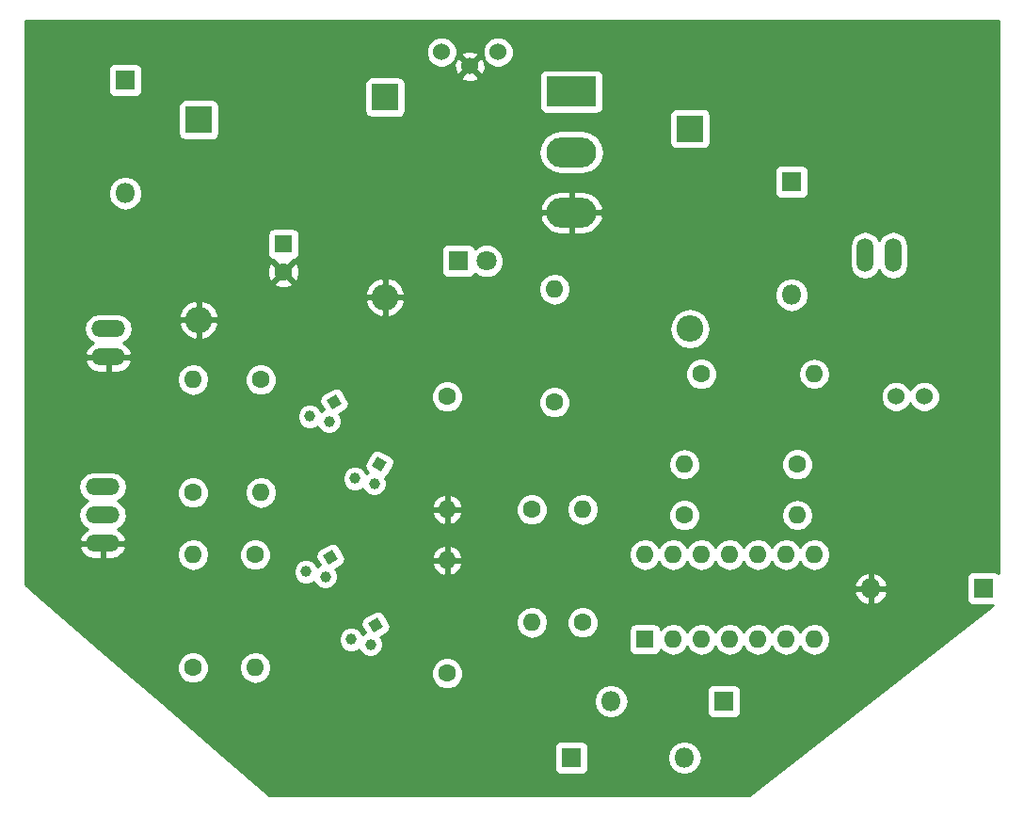
<source format=gbr>
G04 #@! TF.FileFunction,Copper,L2,Bot,Signal*
%FSLAX46Y46*%
G04 Gerber Fmt 4.6, Leading zero omitted, Abs format (unit mm)*
G04 Created by KiCad (PCBNEW 4.0.5) date 06/09/17 23:26:49*
%MOMM*%
%LPD*%
G01*
G04 APERTURE LIST*
%ADD10C,0.100000*%
%ADD11R,2.400000X2.400000*%
%ADD12O,2.400000X2.400000*%
%ADD13C,1.000000*%
%ADD14R,1.600000X1.600000*%
%ADD15C,1.600000*%
%ADD16R,1.800000X1.800000*%
%ADD17O,1.800000X1.800000*%
%ADD18C,1.800000*%
%ADD19O,3.014980X1.506220*%
%ADD20O,1.506220X3.014980*%
%ADD21O,1.600000X1.600000*%
%ADD22C,1.524000*%
%ADD23R,4.500000X2.700000*%
%ADD24O,4.500000X2.700000*%
%ADD25C,0.254000*%
G04 APERTURE END LIST*
D10*
D11*
X132080000Y-87884000D03*
D12*
X132080000Y-105884000D03*
D13*
X143807148Y-115018852D03*
X142072295Y-114554000D03*
D10*
G36*
X143588987Y-113100987D02*
X144455013Y-112600987D01*
X144955013Y-113467013D01*
X144088987Y-113967013D01*
X143588987Y-113100987D01*
X143588987Y-113100987D01*
G37*
D14*
X139700000Y-99060000D03*
D15*
X139700000Y-101560000D03*
D11*
X176276000Y-88680000D03*
D12*
X176276000Y-106680000D03*
D16*
X125476000Y-84328000D03*
D17*
X125476000Y-94488000D03*
D16*
X165608000Y-145288000D03*
D17*
X175768000Y-145288000D03*
D16*
X179324000Y-140208000D03*
D17*
X169164000Y-140208000D03*
D16*
X155448000Y-100584000D03*
D18*
X157988000Y-100584000D03*
D16*
X185420000Y-93472000D03*
D17*
X185420000Y-103632000D03*
D16*
X202692000Y-130048000D03*
D17*
X192532000Y-130048000D03*
D19*
X123952000Y-109220000D03*
X123952000Y-106680000D03*
X123444000Y-125984000D03*
X123444000Y-123444000D03*
X123444000Y-120904000D03*
D20*
X194564000Y-100076000D03*
X192024000Y-100076000D03*
D13*
X143466853Y-128988852D03*
X141732000Y-128524000D03*
D10*
G36*
X143248692Y-127070987D02*
X144114718Y-126570987D01*
X144614718Y-127437013D01*
X143748692Y-127937013D01*
X143248692Y-127070987D01*
X143248692Y-127070987D01*
G37*
D13*
X147871148Y-120606852D03*
X146136295Y-120142000D03*
D10*
G36*
X147652987Y-119055013D02*
X148152987Y-118188987D01*
X149019013Y-118688987D01*
X148519013Y-119555013D01*
X147652987Y-119055013D01*
X147652987Y-119055013D01*
G37*
D13*
X147530853Y-135084852D03*
X145796000Y-134620000D03*
D10*
G36*
X147312692Y-133166987D02*
X148178718Y-132666987D01*
X148678718Y-133533013D01*
X147812692Y-134033013D01*
X147312692Y-133166987D01*
X147312692Y-133166987D01*
G37*
D15*
X131572000Y-121412000D03*
D21*
X131572000Y-111252000D03*
D15*
X131572000Y-137160000D03*
D21*
X131572000Y-127000000D03*
D15*
X137668000Y-111252000D03*
D21*
X137668000Y-121412000D03*
D15*
X137160000Y-127000000D03*
D21*
X137160000Y-137160000D03*
D15*
X154432000Y-112776000D03*
D21*
X154432000Y-122936000D03*
D15*
X154432000Y-137668000D03*
D21*
X154432000Y-127508000D03*
D15*
X166624000Y-133096000D03*
D21*
X166624000Y-122936000D03*
D15*
X162052000Y-122936000D03*
D21*
X162052000Y-133096000D03*
D15*
X175768000Y-123444000D03*
D21*
X185928000Y-123444000D03*
D15*
X185928000Y-118872000D03*
D21*
X175768000Y-118872000D03*
D15*
X177292000Y-110744000D03*
D21*
X187452000Y-110744000D03*
D15*
X164084000Y-113284000D03*
D21*
X164084000Y-103124000D03*
D14*
X172212000Y-134620000D03*
D21*
X187452000Y-127000000D03*
X174752000Y-134620000D03*
X184912000Y-127000000D03*
X177292000Y-134620000D03*
X182372000Y-127000000D03*
X179832000Y-134620000D03*
X179832000Y-127000000D03*
X182372000Y-134620000D03*
X177292000Y-127000000D03*
X184912000Y-134620000D03*
X174752000Y-127000000D03*
X187452000Y-134620000D03*
X172212000Y-127000000D03*
D11*
X148844000Y-85852000D03*
D12*
X148844000Y-103852000D03*
D22*
X194818000Y-112776000D03*
X197358000Y-112776000D03*
D23*
X165608000Y-85344000D03*
D24*
X165608000Y-90794000D03*
X165608000Y-96244000D03*
D22*
X153924000Y-81788000D03*
X156464000Y-83058000D03*
X159004000Y-81788000D03*
D25*
G36*
X204014000Y-128667800D02*
X203843890Y-128551569D01*
X203592000Y-128500560D01*
X201792000Y-128500560D01*
X201556683Y-128544838D01*
X201340559Y-128683910D01*
X201195569Y-128896110D01*
X201144560Y-129148000D01*
X201144560Y-130948000D01*
X201188838Y-131183317D01*
X201327910Y-131399441D01*
X201540110Y-131544431D01*
X201792000Y-131595440D01*
X203537399Y-131595440D01*
X181620393Y-148642000D01*
X138440153Y-148642000D01*
X133514470Y-144388000D01*
X164060560Y-144388000D01*
X164060560Y-146188000D01*
X164104838Y-146423317D01*
X164243910Y-146639441D01*
X164456110Y-146784431D01*
X164708000Y-146835440D01*
X166508000Y-146835440D01*
X166743317Y-146791162D01*
X166959441Y-146652090D01*
X167104431Y-146439890D01*
X167155440Y-146188000D01*
X167155440Y-145288000D01*
X174202928Y-145288000D01*
X174319773Y-145875419D01*
X174652519Y-146373409D01*
X175150509Y-146706155D01*
X175737928Y-146823000D01*
X175798072Y-146823000D01*
X176385491Y-146706155D01*
X176883481Y-146373409D01*
X177216227Y-145875419D01*
X177333072Y-145288000D01*
X177216227Y-144700581D01*
X176883481Y-144202591D01*
X176385491Y-143869845D01*
X175798072Y-143753000D01*
X175737928Y-143753000D01*
X175150509Y-143869845D01*
X174652519Y-144202591D01*
X174319773Y-144700581D01*
X174202928Y-145288000D01*
X167155440Y-145288000D01*
X167155440Y-144388000D01*
X167111162Y-144152683D01*
X166972090Y-143936559D01*
X166759890Y-143791569D01*
X166508000Y-143740560D01*
X164708000Y-143740560D01*
X164472683Y-143784838D01*
X164256559Y-143923910D01*
X164111569Y-144136110D01*
X164060560Y-144388000D01*
X133514470Y-144388000D01*
X128674470Y-140208000D01*
X167598928Y-140208000D01*
X167715773Y-140795419D01*
X168048519Y-141293409D01*
X168546509Y-141626155D01*
X169133928Y-141743000D01*
X169194072Y-141743000D01*
X169781491Y-141626155D01*
X170279481Y-141293409D01*
X170612227Y-140795419D01*
X170729072Y-140208000D01*
X170612227Y-139620581D01*
X170403368Y-139308000D01*
X177776560Y-139308000D01*
X177776560Y-141108000D01*
X177820838Y-141343317D01*
X177959910Y-141559441D01*
X178172110Y-141704431D01*
X178424000Y-141755440D01*
X180224000Y-141755440D01*
X180459317Y-141711162D01*
X180675441Y-141572090D01*
X180820431Y-141359890D01*
X180871440Y-141108000D01*
X180871440Y-139308000D01*
X180827162Y-139072683D01*
X180688090Y-138856559D01*
X180475890Y-138711569D01*
X180224000Y-138660560D01*
X178424000Y-138660560D01*
X178188683Y-138704838D01*
X177972559Y-138843910D01*
X177827569Y-139056110D01*
X177776560Y-139308000D01*
X170403368Y-139308000D01*
X170279481Y-139122591D01*
X169781491Y-138789845D01*
X169194072Y-138673000D01*
X169133928Y-138673000D01*
X168546509Y-138789845D01*
X168048519Y-139122591D01*
X167715773Y-139620581D01*
X167598928Y-140208000D01*
X128674470Y-140208000D01*
X125474265Y-137444187D01*
X130136752Y-137444187D01*
X130354757Y-137971800D01*
X130758077Y-138375824D01*
X131285309Y-138594750D01*
X131856187Y-138595248D01*
X132383800Y-138377243D01*
X132787824Y-137973923D01*
X133006750Y-137446691D01*
X133007024Y-137131887D01*
X135725000Y-137131887D01*
X135725000Y-137188113D01*
X135834233Y-137737264D01*
X136145302Y-138202811D01*
X136610849Y-138513880D01*
X137160000Y-138623113D01*
X137709151Y-138513880D01*
X138174698Y-138202811D01*
X138342159Y-137952187D01*
X152996752Y-137952187D01*
X153214757Y-138479800D01*
X153618077Y-138883824D01*
X154145309Y-139102750D01*
X154716187Y-139103248D01*
X155243800Y-138885243D01*
X155647824Y-138481923D01*
X155866750Y-137954691D01*
X155867248Y-137383813D01*
X155649243Y-136856200D01*
X155245923Y-136452176D01*
X154718691Y-136233250D01*
X154147813Y-136232752D01*
X153620200Y-136450757D01*
X153216176Y-136854077D01*
X152997250Y-137381309D01*
X152996752Y-137952187D01*
X138342159Y-137952187D01*
X138485767Y-137737264D01*
X138595000Y-137188113D01*
X138595000Y-137131887D01*
X138485767Y-136582736D01*
X138174698Y-136117189D01*
X137709151Y-135806120D01*
X137160000Y-135696887D01*
X136610849Y-135806120D01*
X136145302Y-136117189D01*
X135834233Y-136582736D01*
X135725000Y-137131887D01*
X133007024Y-137131887D01*
X133007248Y-136875813D01*
X132789243Y-136348200D01*
X132385923Y-135944176D01*
X131858691Y-135725250D01*
X131287813Y-135724752D01*
X130760200Y-135942757D01*
X130356176Y-136346077D01*
X130137250Y-136873309D01*
X130136752Y-137444187D01*
X125474265Y-137444187D01*
X122464420Y-134844775D01*
X144660803Y-134844775D01*
X144833233Y-135262086D01*
X145152235Y-135581645D01*
X145569244Y-135754803D01*
X146020775Y-135755197D01*
X146438086Y-135582767D01*
X146487949Y-135532991D01*
X146568086Y-135726938D01*
X146887088Y-136046497D01*
X147304097Y-136219655D01*
X147755628Y-136220049D01*
X148172939Y-136047619D01*
X148492498Y-135728617D01*
X148665656Y-135311608D01*
X148666050Y-134860077D01*
X148493620Y-134442766D01*
X148458608Y-134407693D01*
X149002438Y-134093713D01*
X149184089Y-133937708D01*
X149301722Y-133709206D01*
X149321188Y-133452941D01*
X149239418Y-133209293D01*
X149157778Y-133067887D01*
X160617000Y-133067887D01*
X160617000Y-133124113D01*
X160726233Y-133673264D01*
X161037302Y-134138811D01*
X161502849Y-134449880D01*
X162052000Y-134559113D01*
X162601151Y-134449880D01*
X163066698Y-134138811D01*
X163377767Y-133673264D01*
X163436063Y-133380187D01*
X165188752Y-133380187D01*
X165406757Y-133907800D01*
X165810077Y-134311824D01*
X166337309Y-134530750D01*
X166908187Y-134531248D01*
X167435800Y-134313243D01*
X167839824Y-133909923D01*
X167877163Y-133820000D01*
X170764560Y-133820000D01*
X170764560Y-135420000D01*
X170808838Y-135655317D01*
X170947910Y-135871441D01*
X171160110Y-136016431D01*
X171412000Y-136067440D01*
X173012000Y-136067440D01*
X173247317Y-136023162D01*
X173463441Y-135884090D01*
X173608431Y-135671890D01*
X173639815Y-135516911D01*
X173737302Y-135662811D01*
X174202849Y-135973880D01*
X174752000Y-136083113D01*
X175301151Y-135973880D01*
X175766698Y-135662811D01*
X176022000Y-135280725D01*
X176277302Y-135662811D01*
X176742849Y-135973880D01*
X177292000Y-136083113D01*
X177841151Y-135973880D01*
X178306698Y-135662811D01*
X178562000Y-135280725D01*
X178817302Y-135662811D01*
X179282849Y-135973880D01*
X179832000Y-136083113D01*
X180381151Y-135973880D01*
X180846698Y-135662811D01*
X181102000Y-135280725D01*
X181357302Y-135662811D01*
X181822849Y-135973880D01*
X182372000Y-136083113D01*
X182921151Y-135973880D01*
X183386698Y-135662811D01*
X183642000Y-135280725D01*
X183897302Y-135662811D01*
X184362849Y-135973880D01*
X184912000Y-136083113D01*
X185461151Y-135973880D01*
X185926698Y-135662811D01*
X186182000Y-135280725D01*
X186437302Y-135662811D01*
X186902849Y-135973880D01*
X187452000Y-136083113D01*
X188001151Y-135973880D01*
X188466698Y-135662811D01*
X188777767Y-135197264D01*
X188887000Y-134648113D01*
X188887000Y-134591887D01*
X188777767Y-134042736D01*
X188466698Y-133577189D01*
X188001151Y-133266120D01*
X187452000Y-133156887D01*
X186902849Y-133266120D01*
X186437302Y-133577189D01*
X186182000Y-133959275D01*
X185926698Y-133577189D01*
X185461151Y-133266120D01*
X184912000Y-133156887D01*
X184362849Y-133266120D01*
X183897302Y-133577189D01*
X183642000Y-133959275D01*
X183386698Y-133577189D01*
X182921151Y-133266120D01*
X182372000Y-133156887D01*
X181822849Y-133266120D01*
X181357302Y-133577189D01*
X181102000Y-133959275D01*
X180846698Y-133577189D01*
X180381151Y-133266120D01*
X179832000Y-133156887D01*
X179282849Y-133266120D01*
X178817302Y-133577189D01*
X178562000Y-133959275D01*
X178306698Y-133577189D01*
X177841151Y-133266120D01*
X177292000Y-133156887D01*
X176742849Y-133266120D01*
X176277302Y-133577189D01*
X176022000Y-133959275D01*
X175766698Y-133577189D01*
X175301151Y-133266120D01*
X174752000Y-133156887D01*
X174202849Y-133266120D01*
X173737302Y-133577189D01*
X173640899Y-133721465D01*
X173615162Y-133584683D01*
X173476090Y-133368559D01*
X173263890Y-133223569D01*
X173012000Y-133172560D01*
X171412000Y-133172560D01*
X171176683Y-133216838D01*
X170960559Y-133355910D01*
X170815569Y-133568110D01*
X170764560Y-133820000D01*
X167877163Y-133820000D01*
X168058750Y-133382691D01*
X168059248Y-132811813D01*
X167841243Y-132284200D01*
X167437923Y-131880176D01*
X166910691Y-131661250D01*
X166339813Y-131660752D01*
X165812200Y-131878757D01*
X165408176Y-132282077D01*
X165189250Y-132809309D01*
X165188752Y-133380187D01*
X163436063Y-133380187D01*
X163487000Y-133124113D01*
X163487000Y-133067887D01*
X163377767Y-132518736D01*
X163066698Y-132053189D01*
X162601151Y-131742120D01*
X162052000Y-131632887D01*
X161502849Y-131742120D01*
X161037302Y-132053189D01*
X160726233Y-132518736D01*
X160617000Y-133067887D01*
X149157778Y-133067887D01*
X148739418Y-132343267D01*
X148583413Y-132161616D01*
X148354911Y-132043983D01*
X148098646Y-132024517D01*
X147854998Y-132106287D01*
X146988972Y-132606287D01*
X146807321Y-132762292D01*
X146689688Y-132990794D01*
X146670222Y-133247059D01*
X146751992Y-133490707D01*
X147072651Y-134046105D01*
X146888767Y-134122085D01*
X146838904Y-134171861D01*
X146758767Y-133977914D01*
X146439765Y-133658355D01*
X146022756Y-133485197D01*
X145571225Y-133484803D01*
X145153914Y-133657233D01*
X144834355Y-133976235D01*
X144661197Y-134393244D01*
X144660803Y-134844775D01*
X122464420Y-134844775D01*
X117332589Y-130412740D01*
X191040964Y-130412740D01*
X191219760Y-130844417D01*
X191624424Y-131285966D01*
X192167258Y-131539046D01*
X192405000Y-131418997D01*
X192405000Y-130175000D01*
X192659000Y-130175000D01*
X192659000Y-131418997D01*
X192896742Y-131539046D01*
X193439576Y-131285966D01*
X193844240Y-130844417D01*
X194023036Y-130412740D01*
X193902378Y-130175000D01*
X192659000Y-130175000D01*
X192405000Y-130175000D01*
X191161622Y-130175000D01*
X191040964Y-130412740D01*
X117332589Y-130412740D01*
X116534000Y-129723050D01*
X116534000Y-128748775D01*
X140596803Y-128748775D01*
X140769233Y-129166086D01*
X141088235Y-129485645D01*
X141505244Y-129658803D01*
X141956775Y-129659197D01*
X142374086Y-129486767D01*
X142423949Y-129436991D01*
X142504086Y-129630938D01*
X142823088Y-129950497D01*
X143240097Y-130123655D01*
X143691628Y-130124049D01*
X144108939Y-129951619D01*
X144377766Y-129683260D01*
X191040964Y-129683260D01*
X191161622Y-129921000D01*
X192405000Y-129921000D01*
X192405000Y-128677003D01*
X192659000Y-128677003D01*
X192659000Y-129921000D01*
X193902378Y-129921000D01*
X194023036Y-129683260D01*
X193844240Y-129251583D01*
X193439576Y-128810034D01*
X192896742Y-128556954D01*
X192659000Y-128677003D01*
X192405000Y-128677003D01*
X192167258Y-128556954D01*
X191624424Y-128810034D01*
X191219760Y-129251583D01*
X191040964Y-129683260D01*
X144377766Y-129683260D01*
X144428498Y-129632617D01*
X144601656Y-129215608D01*
X144602050Y-128764077D01*
X144429620Y-128346766D01*
X144394608Y-128311693D01*
X144938438Y-127997713D01*
X145102235Y-127857041D01*
X153040086Y-127857041D01*
X153279611Y-128363134D01*
X153694577Y-128739041D01*
X154082961Y-128899904D01*
X154305000Y-128777915D01*
X154305000Y-127635000D01*
X154559000Y-127635000D01*
X154559000Y-128777915D01*
X154781039Y-128899904D01*
X155169423Y-128739041D01*
X155584389Y-128363134D01*
X155823914Y-127857041D01*
X155702629Y-127635000D01*
X154559000Y-127635000D01*
X154305000Y-127635000D01*
X153161371Y-127635000D01*
X153040086Y-127857041D01*
X145102235Y-127857041D01*
X145120089Y-127841708D01*
X145237722Y-127613206D01*
X145257188Y-127356941D01*
X145190744Y-127158959D01*
X153040086Y-127158959D01*
X153161371Y-127381000D01*
X154305000Y-127381000D01*
X154305000Y-126238085D01*
X154559000Y-126238085D01*
X154559000Y-127381000D01*
X155702629Y-127381000D01*
X155823914Y-127158959D01*
X155735377Y-126971887D01*
X170777000Y-126971887D01*
X170777000Y-127028113D01*
X170886233Y-127577264D01*
X171197302Y-128042811D01*
X171662849Y-128353880D01*
X172212000Y-128463113D01*
X172761151Y-128353880D01*
X173226698Y-128042811D01*
X173482000Y-127660725D01*
X173737302Y-128042811D01*
X174202849Y-128353880D01*
X174752000Y-128463113D01*
X175301151Y-128353880D01*
X175766698Y-128042811D01*
X176022000Y-127660725D01*
X176277302Y-128042811D01*
X176742849Y-128353880D01*
X177292000Y-128463113D01*
X177841151Y-128353880D01*
X178306698Y-128042811D01*
X178562000Y-127660725D01*
X178817302Y-128042811D01*
X179282849Y-128353880D01*
X179832000Y-128463113D01*
X180381151Y-128353880D01*
X180846698Y-128042811D01*
X181102000Y-127660725D01*
X181357302Y-128042811D01*
X181822849Y-128353880D01*
X182372000Y-128463113D01*
X182921151Y-128353880D01*
X183386698Y-128042811D01*
X183642000Y-127660725D01*
X183897302Y-128042811D01*
X184362849Y-128353880D01*
X184912000Y-128463113D01*
X185461151Y-128353880D01*
X185926698Y-128042811D01*
X186182000Y-127660725D01*
X186437302Y-128042811D01*
X186902849Y-128353880D01*
X187452000Y-128463113D01*
X188001151Y-128353880D01*
X188466698Y-128042811D01*
X188777767Y-127577264D01*
X188887000Y-127028113D01*
X188887000Y-126971887D01*
X188777767Y-126422736D01*
X188466698Y-125957189D01*
X188001151Y-125646120D01*
X187452000Y-125536887D01*
X186902849Y-125646120D01*
X186437302Y-125957189D01*
X186182000Y-126339275D01*
X185926698Y-125957189D01*
X185461151Y-125646120D01*
X184912000Y-125536887D01*
X184362849Y-125646120D01*
X183897302Y-125957189D01*
X183642000Y-126339275D01*
X183386698Y-125957189D01*
X182921151Y-125646120D01*
X182372000Y-125536887D01*
X181822849Y-125646120D01*
X181357302Y-125957189D01*
X181102000Y-126339275D01*
X180846698Y-125957189D01*
X180381151Y-125646120D01*
X179832000Y-125536887D01*
X179282849Y-125646120D01*
X178817302Y-125957189D01*
X178562000Y-126339275D01*
X178306698Y-125957189D01*
X177841151Y-125646120D01*
X177292000Y-125536887D01*
X176742849Y-125646120D01*
X176277302Y-125957189D01*
X176022000Y-126339275D01*
X175766698Y-125957189D01*
X175301151Y-125646120D01*
X174752000Y-125536887D01*
X174202849Y-125646120D01*
X173737302Y-125957189D01*
X173482000Y-126339275D01*
X173226698Y-125957189D01*
X172761151Y-125646120D01*
X172212000Y-125536887D01*
X171662849Y-125646120D01*
X171197302Y-125957189D01*
X170886233Y-126422736D01*
X170777000Y-126971887D01*
X155735377Y-126971887D01*
X155584389Y-126652866D01*
X155169423Y-126276959D01*
X154781039Y-126116096D01*
X154559000Y-126238085D01*
X154305000Y-126238085D01*
X154082961Y-126116096D01*
X153694577Y-126276959D01*
X153279611Y-126652866D01*
X153040086Y-127158959D01*
X145190744Y-127158959D01*
X145175418Y-127113293D01*
X144675418Y-126247267D01*
X144519413Y-126065616D01*
X144290911Y-125947983D01*
X144034646Y-125928517D01*
X143790998Y-126010287D01*
X142924972Y-126510287D01*
X142743321Y-126666292D01*
X142625688Y-126894794D01*
X142606222Y-127151059D01*
X142687992Y-127394707D01*
X143008651Y-127950105D01*
X142824767Y-128026085D01*
X142774904Y-128075861D01*
X142694767Y-127881914D01*
X142375765Y-127562355D01*
X141958756Y-127389197D01*
X141507225Y-127388803D01*
X141089914Y-127561233D01*
X140770355Y-127880235D01*
X140597197Y-128297244D01*
X140596803Y-128748775D01*
X116534000Y-128748775D01*
X116534000Y-126325674D01*
X121344217Y-126325674D01*
X121358573Y-126397875D01*
X121618276Y-126875740D01*
X122041081Y-127217846D01*
X122562620Y-127372110D01*
X123317000Y-127372110D01*
X123317000Y-126111000D01*
X123571000Y-126111000D01*
X123571000Y-127372110D01*
X124325380Y-127372110D01*
X124846919Y-127217846D01*
X125150896Y-126971887D01*
X130137000Y-126971887D01*
X130137000Y-127028113D01*
X130246233Y-127577264D01*
X130557302Y-128042811D01*
X131022849Y-128353880D01*
X131572000Y-128463113D01*
X132121151Y-128353880D01*
X132586698Y-128042811D01*
X132897767Y-127577264D01*
X132956063Y-127284187D01*
X135724752Y-127284187D01*
X135942757Y-127811800D01*
X136346077Y-128215824D01*
X136873309Y-128434750D01*
X137444187Y-128435248D01*
X137971800Y-128217243D01*
X138375824Y-127813923D01*
X138594750Y-127286691D01*
X138595248Y-126715813D01*
X138377243Y-126188200D01*
X137973923Y-125784176D01*
X137446691Y-125565250D01*
X136875813Y-125564752D01*
X136348200Y-125782757D01*
X135944176Y-126186077D01*
X135725250Y-126713309D01*
X135724752Y-127284187D01*
X132956063Y-127284187D01*
X133007000Y-127028113D01*
X133007000Y-126971887D01*
X132897767Y-126422736D01*
X132586698Y-125957189D01*
X132121151Y-125646120D01*
X131572000Y-125536887D01*
X131022849Y-125646120D01*
X130557302Y-125957189D01*
X130246233Y-126422736D01*
X130137000Y-126971887D01*
X125150896Y-126971887D01*
X125269724Y-126875740D01*
X125529427Y-126397875D01*
X125543783Y-126325674D01*
X125421162Y-126111000D01*
X123571000Y-126111000D01*
X123317000Y-126111000D01*
X121466838Y-126111000D01*
X121344217Y-126325674D01*
X116534000Y-126325674D01*
X116534000Y-120904000D01*
X121259536Y-120904000D01*
X121365200Y-121435207D01*
X121666104Y-121885542D01*
X122097812Y-122174000D01*
X121666104Y-122462458D01*
X121365200Y-122912793D01*
X121259536Y-123444000D01*
X121365200Y-123975207D01*
X121666104Y-124425542D01*
X122116439Y-124726446D01*
X122119306Y-124727016D01*
X122041081Y-124750154D01*
X121618276Y-125092260D01*
X121358573Y-125570125D01*
X121344217Y-125642326D01*
X121466838Y-125857000D01*
X123317000Y-125857000D01*
X123317000Y-125837000D01*
X123571000Y-125837000D01*
X123571000Y-125857000D01*
X125421162Y-125857000D01*
X125543783Y-125642326D01*
X125529427Y-125570125D01*
X125269724Y-125092260D01*
X124846919Y-124750154D01*
X124768694Y-124727016D01*
X124771561Y-124726446D01*
X125221896Y-124425542D01*
X125522800Y-123975207D01*
X125628464Y-123444000D01*
X125596845Y-123285041D01*
X153040086Y-123285041D01*
X153279611Y-123791134D01*
X153694577Y-124167041D01*
X154082961Y-124327904D01*
X154305000Y-124205915D01*
X154305000Y-123063000D01*
X154559000Y-123063000D01*
X154559000Y-124205915D01*
X154781039Y-124327904D01*
X155169423Y-124167041D01*
X155584389Y-123791134D01*
X155823914Y-123285041D01*
X155788489Y-123220187D01*
X160616752Y-123220187D01*
X160834757Y-123747800D01*
X161238077Y-124151824D01*
X161765309Y-124370750D01*
X162336187Y-124371248D01*
X162863800Y-124153243D01*
X163267824Y-123749923D01*
X163486750Y-123222691D01*
X163487024Y-122907887D01*
X165189000Y-122907887D01*
X165189000Y-122964113D01*
X165298233Y-123513264D01*
X165609302Y-123978811D01*
X166074849Y-124289880D01*
X166624000Y-124399113D01*
X167173151Y-124289880D01*
X167638698Y-123978811D01*
X167806159Y-123728187D01*
X174332752Y-123728187D01*
X174550757Y-124255800D01*
X174954077Y-124659824D01*
X175481309Y-124878750D01*
X176052187Y-124879248D01*
X176579800Y-124661243D01*
X176983824Y-124257923D01*
X177202750Y-123730691D01*
X177203000Y-123444000D01*
X184464887Y-123444000D01*
X184574120Y-123993151D01*
X184885189Y-124458698D01*
X185350736Y-124769767D01*
X185899887Y-124879000D01*
X185956113Y-124879000D01*
X186505264Y-124769767D01*
X186970811Y-124458698D01*
X187281880Y-123993151D01*
X187391113Y-123444000D01*
X187281880Y-122894849D01*
X186970811Y-122429302D01*
X186505264Y-122118233D01*
X185956113Y-122009000D01*
X185899887Y-122009000D01*
X185350736Y-122118233D01*
X184885189Y-122429302D01*
X184574120Y-122894849D01*
X184464887Y-123444000D01*
X177203000Y-123444000D01*
X177203248Y-123159813D01*
X176985243Y-122632200D01*
X176581923Y-122228176D01*
X176054691Y-122009250D01*
X175483813Y-122008752D01*
X174956200Y-122226757D01*
X174552176Y-122630077D01*
X174333250Y-123157309D01*
X174332752Y-123728187D01*
X167806159Y-123728187D01*
X167949767Y-123513264D01*
X168059000Y-122964113D01*
X168059000Y-122907887D01*
X167949767Y-122358736D01*
X167638698Y-121893189D01*
X167173151Y-121582120D01*
X166624000Y-121472887D01*
X166074849Y-121582120D01*
X165609302Y-121893189D01*
X165298233Y-122358736D01*
X165189000Y-122907887D01*
X163487024Y-122907887D01*
X163487248Y-122651813D01*
X163269243Y-122124200D01*
X162865923Y-121720176D01*
X162338691Y-121501250D01*
X161767813Y-121500752D01*
X161240200Y-121718757D01*
X160836176Y-122122077D01*
X160617250Y-122649309D01*
X160616752Y-123220187D01*
X155788489Y-123220187D01*
X155702629Y-123063000D01*
X154559000Y-123063000D01*
X154305000Y-123063000D01*
X153161371Y-123063000D01*
X153040086Y-123285041D01*
X125596845Y-123285041D01*
X125522800Y-122912793D01*
X125221896Y-122462458D01*
X124790188Y-122174000D01*
X125221896Y-121885542D01*
X125348418Y-121696187D01*
X130136752Y-121696187D01*
X130354757Y-122223800D01*
X130758077Y-122627824D01*
X131285309Y-122846750D01*
X131856187Y-122847248D01*
X132383800Y-122629243D01*
X132787824Y-122225923D01*
X133006750Y-121698691D01*
X133007024Y-121383887D01*
X136233000Y-121383887D01*
X136233000Y-121440113D01*
X136342233Y-121989264D01*
X136653302Y-122454811D01*
X137118849Y-122765880D01*
X137668000Y-122875113D01*
X138217151Y-122765880D01*
X138484924Y-122586959D01*
X153040086Y-122586959D01*
X153161371Y-122809000D01*
X154305000Y-122809000D01*
X154305000Y-121666085D01*
X154559000Y-121666085D01*
X154559000Y-122809000D01*
X155702629Y-122809000D01*
X155823914Y-122586959D01*
X155584389Y-122080866D01*
X155169423Y-121704959D01*
X154781039Y-121544096D01*
X154559000Y-121666085D01*
X154305000Y-121666085D01*
X154082961Y-121544096D01*
X153694577Y-121704959D01*
X153279611Y-122080866D01*
X153040086Y-122586959D01*
X138484924Y-122586959D01*
X138682698Y-122454811D01*
X138993767Y-121989264D01*
X139103000Y-121440113D01*
X139103000Y-121383887D01*
X138993767Y-120834736D01*
X138682698Y-120369189D01*
X138679086Y-120366775D01*
X145001098Y-120366775D01*
X145173528Y-120784086D01*
X145492530Y-121103645D01*
X145909539Y-121276803D01*
X146361070Y-121277197D01*
X146778381Y-121104767D01*
X146828244Y-121054991D01*
X146908381Y-121248938D01*
X147227383Y-121568497D01*
X147644392Y-121741655D01*
X148095923Y-121742049D01*
X148513234Y-121569619D01*
X148832793Y-121250617D01*
X149005951Y-120833608D01*
X149006345Y-120382077D01*
X148883202Y-120084048D01*
X148909592Y-120071372D01*
X149079713Y-119878733D01*
X149579713Y-119012707D01*
X149629107Y-118872000D01*
X174304887Y-118872000D01*
X174414120Y-119421151D01*
X174725189Y-119886698D01*
X175190736Y-120197767D01*
X175739887Y-120307000D01*
X175796113Y-120307000D01*
X176345264Y-120197767D01*
X176810811Y-119886698D01*
X177121880Y-119421151D01*
X177174584Y-119156187D01*
X184492752Y-119156187D01*
X184710757Y-119683800D01*
X185114077Y-120087824D01*
X185641309Y-120306750D01*
X186212187Y-120307248D01*
X186739800Y-120089243D01*
X187143824Y-119685923D01*
X187362750Y-119158691D01*
X187363248Y-118587813D01*
X187145243Y-118060200D01*
X186741923Y-117656176D01*
X186214691Y-117437250D01*
X185643813Y-117436752D01*
X185116200Y-117654757D01*
X184712176Y-118058077D01*
X184493250Y-118585309D01*
X184492752Y-119156187D01*
X177174584Y-119156187D01*
X177231113Y-118872000D01*
X177121880Y-118322849D01*
X176810811Y-117857302D01*
X176345264Y-117546233D01*
X175796113Y-117437000D01*
X175739887Y-117437000D01*
X175190736Y-117546233D01*
X174725189Y-117857302D01*
X174414120Y-118322849D01*
X174304887Y-118872000D01*
X149629107Y-118872000D01*
X149659025Y-118786778D01*
X149646647Y-118530072D01*
X149535372Y-118298408D01*
X149342733Y-118128287D01*
X148476707Y-117628287D01*
X148250778Y-117548975D01*
X147994072Y-117561353D01*
X147762408Y-117672628D01*
X147592287Y-117865267D01*
X147092287Y-118731293D01*
X147012975Y-118957222D01*
X147025353Y-119213928D01*
X147136628Y-119445592D01*
X147319214Y-119606835D01*
X147229062Y-119644085D01*
X147179199Y-119693861D01*
X147099062Y-119499914D01*
X146780060Y-119180355D01*
X146363051Y-119007197D01*
X145911520Y-119006803D01*
X145494209Y-119179233D01*
X145174650Y-119498235D01*
X145001492Y-119915244D01*
X145001098Y-120366775D01*
X138679086Y-120366775D01*
X138217151Y-120058120D01*
X137668000Y-119948887D01*
X137118849Y-120058120D01*
X136653302Y-120369189D01*
X136342233Y-120834736D01*
X136233000Y-121383887D01*
X133007024Y-121383887D01*
X133007248Y-121127813D01*
X132789243Y-120600200D01*
X132385923Y-120196176D01*
X131858691Y-119977250D01*
X131287813Y-119976752D01*
X130760200Y-120194757D01*
X130356176Y-120598077D01*
X130137250Y-121125309D01*
X130136752Y-121696187D01*
X125348418Y-121696187D01*
X125522800Y-121435207D01*
X125628464Y-120904000D01*
X125522800Y-120372793D01*
X125221896Y-119922458D01*
X124771561Y-119621554D01*
X124240354Y-119515890D01*
X122647646Y-119515890D01*
X122116439Y-119621554D01*
X121666104Y-119922458D01*
X121365200Y-120372793D01*
X121259536Y-120904000D01*
X116534000Y-120904000D01*
X116534000Y-114778775D01*
X140937098Y-114778775D01*
X141109528Y-115196086D01*
X141428530Y-115515645D01*
X141845539Y-115688803D01*
X142297070Y-115689197D01*
X142714381Y-115516767D01*
X142764244Y-115466991D01*
X142844381Y-115660938D01*
X143163383Y-115980497D01*
X143580392Y-116153655D01*
X144031923Y-116154049D01*
X144449234Y-115981619D01*
X144768793Y-115662617D01*
X144941951Y-115245608D01*
X144942345Y-114794077D01*
X144769915Y-114376766D01*
X144734903Y-114341693D01*
X145278733Y-114027713D01*
X145460384Y-113871708D01*
X145578017Y-113643206D01*
X145597483Y-113386941D01*
X145515713Y-113143293D01*
X145467732Y-113060187D01*
X152996752Y-113060187D01*
X153214757Y-113587800D01*
X153618077Y-113991824D01*
X154145309Y-114210750D01*
X154716187Y-114211248D01*
X155243800Y-113993243D01*
X155647824Y-113589923D01*
X155656849Y-113568187D01*
X162648752Y-113568187D01*
X162866757Y-114095800D01*
X163270077Y-114499824D01*
X163797309Y-114718750D01*
X164368187Y-114719248D01*
X164895800Y-114501243D01*
X165299824Y-114097923D01*
X165518750Y-113570691D01*
X165519201Y-113052661D01*
X193420758Y-113052661D01*
X193632990Y-113566303D01*
X194025630Y-113959629D01*
X194538900Y-114172757D01*
X195094661Y-114173242D01*
X195608303Y-113961010D01*
X196001629Y-113568370D01*
X196087949Y-113360488D01*
X196172990Y-113566303D01*
X196565630Y-113959629D01*
X197078900Y-114172757D01*
X197634661Y-114173242D01*
X198148303Y-113961010D01*
X198541629Y-113568370D01*
X198754757Y-113055100D01*
X198755242Y-112499339D01*
X198543010Y-111985697D01*
X198150370Y-111592371D01*
X197637100Y-111379243D01*
X197081339Y-111378758D01*
X196567697Y-111590990D01*
X196174371Y-111983630D01*
X196088051Y-112191512D01*
X196003010Y-111985697D01*
X195610370Y-111592371D01*
X195097100Y-111379243D01*
X194541339Y-111378758D01*
X194027697Y-111590990D01*
X193634371Y-111983630D01*
X193421243Y-112496900D01*
X193420758Y-113052661D01*
X165519201Y-113052661D01*
X165519248Y-112999813D01*
X165301243Y-112472200D01*
X164897923Y-112068176D01*
X164370691Y-111849250D01*
X163799813Y-111848752D01*
X163272200Y-112066757D01*
X162868176Y-112470077D01*
X162649250Y-112997309D01*
X162648752Y-113568187D01*
X155656849Y-113568187D01*
X155866750Y-113062691D01*
X155867248Y-112491813D01*
X155649243Y-111964200D01*
X155245923Y-111560176D01*
X154718691Y-111341250D01*
X154147813Y-111340752D01*
X153620200Y-111558757D01*
X153216176Y-111962077D01*
X152997250Y-112489309D01*
X152996752Y-113060187D01*
X145467732Y-113060187D01*
X145015713Y-112277267D01*
X144859708Y-112095616D01*
X144631206Y-111977983D01*
X144374941Y-111958517D01*
X144131293Y-112040287D01*
X143265267Y-112540287D01*
X143083616Y-112696292D01*
X142965983Y-112924794D01*
X142946517Y-113181059D01*
X143028287Y-113424707D01*
X143348946Y-113980105D01*
X143165062Y-114056085D01*
X143115199Y-114105861D01*
X143035062Y-113911914D01*
X142716060Y-113592355D01*
X142299051Y-113419197D01*
X141847520Y-113418803D01*
X141430209Y-113591233D01*
X141110650Y-113910235D01*
X140937492Y-114327244D01*
X140937098Y-114778775D01*
X116534000Y-114778775D01*
X116534000Y-111223887D01*
X130137000Y-111223887D01*
X130137000Y-111280113D01*
X130246233Y-111829264D01*
X130557302Y-112294811D01*
X131022849Y-112605880D01*
X131572000Y-112715113D01*
X132121151Y-112605880D01*
X132586698Y-112294811D01*
X132897767Y-111829264D01*
X132956063Y-111536187D01*
X136232752Y-111536187D01*
X136450757Y-112063800D01*
X136854077Y-112467824D01*
X137381309Y-112686750D01*
X137952187Y-112687248D01*
X138479800Y-112469243D01*
X138883824Y-112065923D01*
X139102750Y-111538691D01*
X139103195Y-111028187D01*
X175856752Y-111028187D01*
X176074757Y-111555800D01*
X176478077Y-111959824D01*
X177005309Y-112178750D01*
X177576187Y-112179248D01*
X178103800Y-111961243D01*
X178507824Y-111557923D01*
X178726750Y-111030691D01*
X178727000Y-110744000D01*
X185988887Y-110744000D01*
X186098120Y-111293151D01*
X186409189Y-111758698D01*
X186874736Y-112069767D01*
X187423887Y-112179000D01*
X187480113Y-112179000D01*
X188029264Y-112069767D01*
X188494811Y-111758698D01*
X188805880Y-111293151D01*
X188915113Y-110744000D01*
X188805880Y-110194849D01*
X188494811Y-109729302D01*
X188029264Y-109418233D01*
X187480113Y-109309000D01*
X187423887Y-109309000D01*
X186874736Y-109418233D01*
X186409189Y-109729302D01*
X186098120Y-110194849D01*
X185988887Y-110744000D01*
X178727000Y-110744000D01*
X178727248Y-110459813D01*
X178509243Y-109932200D01*
X178105923Y-109528176D01*
X177578691Y-109309250D01*
X177007813Y-109308752D01*
X176480200Y-109526757D01*
X176076176Y-109930077D01*
X175857250Y-110457309D01*
X175856752Y-111028187D01*
X139103195Y-111028187D01*
X139103248Y-110967813D01*
X138885243Y-110440200D01*
X138481923Y-110036176D01*
X137954691Y-109817250D01*
X137383813Y-109816752D01*
X136856200Y-110034757D01*
X136452176Y-110438077D01*
X136233250Y-110965309D01*
X136232752Y-111536187D01*
X132956063Y-111536187D01*
X133007000Y-111280113D01*
X133007000Y-111223887D01*
X132897767Y-110674736D01*
X132586698Y-110209189D01*
X132121151Y-109898120D01*
X131572000Y-109788887D01*
X131022849Y-109898120D01*
X130557302Y-110209189D01*
X130246233Y-110674736D01*
X130137000Y-111223887D01*
X116534000Y-111223887D01*
X116534000Y-109561674D01*
X121852217Y-109561674D01*
X121866573Y-109633875D01*
X122126276Y-110111740D01*
X122549081Y-110453846D01*
X123070620Y-110608110D01*
X123825000Y-110608110D01*
X123825000Y-109347000D01*
X124079000Y-109347000D01*
X124079000Y-110608110D01*
X124833380Y-110608110D01*
X125354919Y-110453846D01*
X125777724Y-110111740D01*
X126037427Y-109633875D01*
X126051783Y-109561674D01*
X125929162Y-109347000D01*
X124079000Y-109347000D01*
X123825000Y-109347000D01*
X121974838Y-109347000D01*
X121852217Y-109561674D01*
X116534000Y-109561674D01*
X116534000Y-106680000D01*
X121767536Y-106680000D01*
X121873200Y-107211207D01*
X122174104Y-107661542D01*
X122624439Y-107962446D01*
X122627306Y-107963016D01*
X122549081Y-107986154D01*
X122126276Y-108328260D01*
X121866573Y-108806125D01*
X121852217Y-108878326D01*
X121974838Y-109093000D01*
X123825000Y-109093000D01*
X123825000Y-109073000D01*
X124079000Y-109073000D01*
X124079000Y-109093000D01*
X125929162Y-109093000D01*
X126051783Y-108878326D01*
X126037427Y-108806125D01*
X125777724Y-108328260D01*
X125354919Y-107986154D01*
X125276694Y-107963016D01*
X125279561Y-107962446D01*
X125729896Y-107661542D01*
X126030800Y-107211207D01*
X126136464Y-106680000D01*
X126060044Y-106295807D01*
X130291797Y-106295807D01*
X130585508Y-106948776D01*
X131106742Y-107439642D01*
X131668195Y-107672195D01*
X131953000Y-107555432D01*
X131953000Y-106011000D01*
X132207000Y-106011000D01*
X132207000Y-107555432D01*
X132491805Y-107672195D01*
X133053258Y-107439642D01*
X133574492Y-106948776D01*
X133711560Y-106644050D01*
X174441000Y-106644050D01*
X174441000Y-106715950D01*
X174580681Y-107418174D01*
X174978459Y-108013491D01*
X175573776Y-108411269D01*
X176276000Y-108550950D01*
X176978224Y-108411269D01*
X177573541Y-108013491D01*
X177971319Y-107418174D01*
X178111000Y-106715950D01*
X178111000Y-106644050D01*
X177971319Y-105941826D01*
X177573541Y-105346509D01*
X176978224Y-104948731D01*
X176276000Y-104809050D01*
X175573776Y-104948731D01*
X174978459Y-105346509D01*
X174580681Y-105941826D01*
X174441000Y-106644050D01*
X133711560Y-106644050D01*
X133868203Y-106295807D01*
X133751858Y-106011000D01*
X132207000Y-106011000D01*
X131953000Y-106011000D01*
X130408142Y-106011000D01*
X130291797Y-106295807D01*
X126060044Y-106295807D01*
X126030800Y-106148793D01*
X125729896Y-105698458D01*
X125391267Y-105472193D01*
X130291797Y-105472193D01*
X130408142Y-105757000D01*
X131953000Y-105757000D01*
X131953000Y-104212568D01*
X132207000Y-104212568D01*
X132207000Y-105757000D01*
X133751858Y-105757000D01*
X133868203Y-105472193D01*
X133574492Y-104819224D01*
X133053258Y-104328358D01*
X132897413Y-104263807D01*
X147055797Y-104263807D01*
X147349508Y-104916776D01*
X147870742Y-105407642D01*
X148432195Y-105640195D01*
X148717000Y-105523432D01*
X148717000Y-103979000D01*
X148971000Y-103979000D01*
X148971000Y-105523432D01*
X149255805Y-105640195D01*
X149817258Y-105407642D01*
X150338492Y-104916776D01*
X150632203Y-104263807D01*
X150515858Y-103979000D01*
X148971000Y-103979000D01*
X148717000Y-103979000D01*
X147172142Y-103979000D01*
X147055797Y-104263807D01*
X132897413Y-104263807D01*
X132491805Y-104095805D01*
X132207000Y-104212568D01*
X131953000Y-104212568D01*
X131668195Y-104095805D01*
X131106742Y-104328358D01*
X130585508Y-104819224D01*
X130291797Y-105472193D01*
X125391267Y-105472193D01*
X125279561Y-105397554D01*
X124748354Y-105291890D01*
X123155646Y-105291890D01*
X122624439Y-105397554D01*
X122174104Y-105698458D01*
X121873200Y-106148793D01*
X121767536Y-106680000D01*
X116534000Y-106680000D01*
X116534000Y-103440193D01*
X147055797Y-103440193D01*
X147172142Y-103725000D01*
X148717000Y-103725000D01*
X148717000Y-102180568D01*
X148971000Y-102180568D01*
X148971000Y-103725000D01*
X150515858Y-103725000D01*
X150632203Y-103440193D01*
X150477332Y-103095887D01*
X162649000Y-103095887D01*
X162649000Y-103152113D01*
X162758233Y-103701264D01*
X163069302Y-104166811D01*
X163534849Y-104477880D01*
X164084000Y-104587113D01*
X164633151Y-104477880D01*
X165098698Y-104166811D01*
X165409767Y-103701264D01*
X165429526Y-103601928D01*
X183885000Y-103601928D01*
X183885000Y-103662072D01*
X184001845Y-104249491D01*
X184334591Y-104747481D01*
X184832581Y-105080227D01*
X185420000Y-105197072D01*
X186007419Y-105080227D01*
X186505409Y-104747481D01*
X186838155Y-104249491D01*
X186955000Y-103662072D01*
X186955000Y-103601928D01*
X186838155Y-103014509D01*
X186505409Y-102516519D01*
X186007419Y-102183773D01*
X185420000Y-102066928D01*
X184832581Y-102183773D01*
X184334591Y-102516519D01*
X184001845Y-103014509D01*
X183885000Y-103601928D01*
X165429526Y-103601928D01*
X165519000Y-103152113D01*
X165519000Y-103095887D01*
X165409767Y-102546736D01*
X165098698Y-102081189D01*
X164633151Y-101770120D01*
X164084000Y-101660887D01*
X163534849Y-101770120D01*
X163069302Y-102081189D01*
X162758233Y-102546736D01*
X162649000Y-103095887D01*
X150477332Y-103095887D01*
X150338492Y-102787224D01*
X149817258Y-102296358D01*
X149255805Y-102063805D01*
X148971000Y-102180568D01*
X148717000Y-102180568D01*
X148432195Y-102063805D01*
X147870742Y-102296358D01*
X147349508Y-102787224D01*
X147055797Y-103440193D01*
X116534000Y-103440193D01*
X116534000Y-102567745D01*
X138871861Y-102567745D01*
X138945995Y-102813864D01*
X139483223Y-103006965D01*
X140053454Y-102979778D01*
X140454005Y-102813864D01*
X140528139Y-102567745D01*
X139700000Y-101739605D01*
X138871861Y-102567745D01*
X116534000Y-102567745D01*
X116534000Y-101343223D01*
X138253035Y-101343223D01*
X138280222Y-101913454D01*
X138446136Y-102314005D01*
X138692255Y-102388139D01*
X139520395Y-101560000D01*
X139879605Y-101560000D01*
X140707745Y-102388139D01*
X140953864Y-102314005D01*
X141146965Y-101776777D01*
X141119778Y-101206546D01*
X140953864Y-100805995D01*
X140707745Y-100731861D01*
X139879605Y-101560000D01*
X139520395Y-101560000D01*
X138692255Y-100731861D01*
X138446136Y-100805995D01*
X138253035Y-101343223D01*
X116534000Y-101343223D01*
X116534000Y-98260000D01*
X138252560Y-98260000D01*
X138252560Y-99860000D01*
X138296838Y-100095317D01*
X138435910Y-100311441D01*
X138648110Y-100456431D01*
X138886201Y-100504646D01*
X138871861Y-100552255D01*
X139700000Y-101380395D01*
X140528139Y-100552255D01*
X140513855Y-100504833D01*
X140735317Y-100463162D01*
X140951441Y-100324090D01*
X141096431Y-100111890D01*
X141147440Y-99860000D01*
X141147440Y-99684000D01*
X153900560Y-99684000D01*
X153900560Y-101484000D01*
X153944838Y-101719317D01*
X154083910Y-101935441D01*
X154296110Y-102080431D01*
X154548000Y-102131440D01*
X156348000Y-102131440D01*
X156583317Y-102087162D01*
X156799441Y-101948090D01*
X156944431Y-101735890D01*
X156948567Y-101715466D01*
X157117357Y-101884551D01*
X157681330Y-102118733D01*
X158291991Y-102119265D01*
X158856371Y-101886068D01*
X159288551Y-101454643D01*
X159522733Y-100890670D01*
X159523265Y-100280009D01*
X159290068Y-99715629D01*
X158858643Y-99283449D01*
X158849485Y-99279646D01*
X190635890Y-99279646D01*
X190635890Y-100872354D01*
X190741554Y-101403561D01*
X191042458Y-101853896D01*
X191492793Y-102154800D01*
X192024000Y-102260464D01*
X192555207Y-102154800D01*
X193005542Y-101853896D01*
X193294000Y-101422188D01*
X193582458Y-101853896D01*
X194032793Y-102154800D01*
X194564000Y-102260464D01*
X195095207Y-102154800D01*
X195545542Y-101853896D01*
X195846446Y-101403561D01*
X195952110Y-100872354D01*
X195952110Y-99279646D01*
X195846446Y-98748439D01*
X195545542Y-98298104D01*
X195095207Y-97997200D01*
X194564000Y-97891536D01*
X194032793Y-97997200D01*
X193582458Y-98298104D01*
X193294000Y-98729812D01*
X193005542Y-98298104D01*
X192555207Y-97997200D01*
X192024000Y-97891536D01*
X191492793Y-97997200D01*
X191042458Y-98298104D01*
X190741554Y-98748439D01*
X190635890Y-99279646D01*
X158849485Y-99279646D01*
X158294670Y-99049267D01*
X157684009Y-99048735D01*
X157119629Y-99281932D01*
X156951387Y-99449880D01*
X156951162Y-99448683D01*
X156812090Y-99232559D01*
X156599890Y-99087569D01*
X156348000Y-99036560D01*
X154548000Y-99036560D01*
X154312683Y-99080838D01*
X154096559Y-99219910D01*
X153951569Y-99432110D01*
X153900560Y-99684000D01*
X141147440Y-99684000D01*
X141147440Y-98260000D01*
X141103162Y-98024683D01*
X140964090Y-97808559D01*
X140751890Y-97663569D01*
X140500000Y-97612560D01*
X138900000Y-97612560D01*
X138664683Y-97656838D01*
X138448559Y-97795910D01*
X138303569Y-98008110D01*
X138252560Y-98260000D01*
X116534000Y-98260000D01*
X116534000Y-96679323D01*
X162771323Y-96679323D01*
X162825499Y-96886294D01*
X163214591Y-97557804D01*
X163831041Y-98029300D01*
X164581000Y-98229000D01*
X165481000Y-98229000D01*
X165481000Y-96371000D01*
X165735000Y-96371000D01*
X165735000Y-98229000D01*
X166635000Y-98229000D01*
X167384959Y-98029300D01*
X168001409Y-97557804D01*
X168390501Y-96886294D01*
X168444677Y-96679323D01*
X168329829Y-96371000D01*
X165735000Y-96371000D01*
X165481000Y-96371000D01*
X162886171Y-96371000D01*
X162771323Y-96679323D01*
X116534000Y-96679323D01*
X116534000Y-94457928D01*
X123941000Y-94457928D01*
X123941000Y-94518072D01*
X124057845Y-95105491D01*
X124390591Y-95603481D01*
X124888581Y-95936227D01*
X125476000Y-96053072D01*
X126063419Y-95936227D01*
X126254311Y-95808677D01*
X162771323Y-95808677D01*
X162886171Y-96117000D01*
X165481000Y-96117000D01*
X165481000Y-94259000D01*
X165735000Y-94259000D01*
X165735000Y-96117000D01*
X168329829Y-96117000D01*
X168444677Y-95808677D01*
X168390501Y-95601706D01*
X168001409Y-94930196D01*
X167384959Y-94458700D01*
X166635000Y-94259000D01*
X165735000Y-94259000D01*
X165481000Y-94259000D01*
X164581000Y-94259000D01*
X163831041Y-94458700D01*
X163214591Y-94930196D01*
X162825499Y-95601706D01*
X162771323Y-95808677D01*
X126254311Y-95808677D01*
X126561409Y-95603481D01*
X126894155Y-95105491D01*
X127011000Y-94518072D01*
X127011000Y-94457928D01*
X126894155Y-93870509D01*
X126561409Y-93372519D01*
X126063419Y-93039773D01*
X125476000Y-92922928D01*
X124888581Y-93039773D01*
X124390591Y-93372519D01*
X124057845Y-93870509D01*
X123941000Y-94457928D01*
X116534000Y-94457928D01*
X116534000Y-90794000D01*
X162666480Y-90794000D01*
X162817579Y-91553627D01*
X163247873Y-92197607D01*
X163891853Y-92627901D01*
X164651480Y-92779000D01*
X166564520Y-92779000D01*
X167324147Y-92627901D01*
X167407808Y-92572000D01*
X183872560Y-92572000D01*
X183872560Y-94372000D01*
X183916838Y-94607317D01*
X184055910Y-94823441D01*
X184268110Y-94968431D01*
X184520000Y-95019440D01*
X186320000Y-95019440D01*
X186555317Y-94975162D01*
X186771441Y-94836090D01*
X186916431Y-94623890D01*
X186967440Y-94372000D01*
X186967440Y-92572000D01*
X186923162Y-92336683D01*
X186784090Y-92120559D01*
X186571890Y-91975569D01*
X186320000Y-91924560D01*
X184520000Y-91924560D01*
X184284683Y-91968838D01*
X184068559Y-92107910D01*
X183923569Y-92320110D01*
X183872560Y-92572000D01*
X167407808Y-92572000D01*
X167968127Y-92197607D01*
X168398421Y-91553627D01*
X168549520Y-90794000D01*
X168398421Y-90034373D01*
X167968127Y-89390393D01*
X167324147Y-88960099D01*
X166564520Y-88809000D01*
X164651480Y-88809000D01*
X163891853Y-88960099D01*
X163247873Y-89390393D01*
X162817579Y-90034373D01*
X162666480Y-90794000D01*
X116534000Y-90794000D01*
X116534000Y-86684000D01*
X130232560Y-86684000D01*
X130232560Y-89084000D01*
X130276838Y-89319317D01*
X130415910Y-89535441D01*
X130628110Y-89680431D01*
X130880000Y-89731440D01*
X133280000Y-89731440D01*
X133515317Y-89687162D01*
X133731441Y-89548090D01*
X133876431Y-89335890D01*
X133927440Y-89084000D01*
X133927440Y-86684000D01*
X133883162Y-86448683D01*
X133744090Y-86232559D01*
X133531890Y-86087569D01*
X133280000Y-86036560D01*
X130880000Y-86036560D01*
X130644683Y-86080838D01*
X130428559Y-86219910D01*
X130283569Y-86432110D01*
X130232560Y-86684000D01*
X116534000Y-86684000D01*
X116534000Y-83428000D01*
X123928560Y-83428000D01*
X123928560Y-85228000D01*
X123972838Y-85463317D01*
X124111910Y-85679441D01*
X124324110Y-85824431D01*
X124576000Y-85875440D01*
X126376000Y-85875440D01*
X126611317Y-85831162D01*
X126827441Y-85692090D01*
X126972431Y-85479890D01*
X127023440Y-85228000D01*
X127023440Y-84652000D01*
X146996560Y-84652000D01*
X146996560Y-87052000D01*
X147040838Y-87287317D01*
X147179910Y-87503441D01*
X147392110Y-87648431D01*
X147644000Y-87699440D01*
X150044000Y-87699440D01*
X150279317Y-87655162D01*
X150495441Y-87516090D01*
X150520100Y-87480000D01*
X174428560Y-87480000D01*
X174428560Y-89880000D01*
X174472838Y-90115317D01*
X174611910Y-90331441D01*
X174824110Y-90476431D01*
X175076000Y-90527440D01*
X177476000Y-90527440D01*
X177711317Y-90483162D01*
X177927441Y-90344090D01*
X178072431Y-90131890D01*
X178123440Y-89880000D01*
X178123440Y-87480000D01*
X178079162Y-87244683D01*
X177940090Y-87028559D01*
X177727890Y-86883569D01*
X177476000Y-86832560D01*
X175076000Y-86832560D01*
X174840683Y-86876838D01*
X174624559Y-87015910D01*
X174479569Y-87228110D01*
X174428560Y-87480000D01*
X150520100Y-87480000D01*
X150640431Y-87303890D01*
X150691440Y-87052000D01*
X150691440Y-84652000D01*
X150647162Y-84416683D01*
X150508090Y-84200559D01*
X150295890Y-84055569D01*
X150210184Y-84038213D01*
X155663392Y-84038213D01*
X155732857Y-84280397D01*
X156256302Y-84467144D01*
X156811368Y-84439362D01*
X157195143Y-84280397D01*
X157264608Y-84038213D01*
X157220395Y-83994000D01*
X162710560Y-83994000D01*
X162710560Y-86694000D01*
X162754838Y-86929317D01*
X162893910Y-87145441D01*
X163106110Y-87290431D01*
X163358000Y-87341440D01*
X167858000Y-87341440D01*
X168093317Y-87297162D01*
X168309441Y-87158090D01*
X168454431Y-86945890D01*
X168505440Y-86694000D01*
X168505440Y-83994000D01*
X168461162Y-83758683D01*
X168322090Y-83542559D01*
X168109890Y-83397569D01*
X167858000Y-83346560D01*
X163358000Y-83346560D01*
X163122683Y-83390838D01*
X162906559Y-83529910D01*
X162761569Y-83742110D01*
X162710560Y-83994000D01*
X157220395Y-83994000D01*
X156464000Y-83237605D01*
X155663392Y-84038213D01*
X150210184Y-84038213D01*
X150044000Y-84004560D01*
X147644000Y-84004560D01*
X147408683Y-84048838D01*
X147192559Y-84187910D01*
X147047569Y-84400110D01*
X146996560Y-84652000D01*
X127023440Y-84652000D01*
X127023440Y-83428000D01*
X126979162Y-83192683D01*
X126840090Y-82976559D01*
X126627890Y-82831569D01*
X126376000Y-82780560D01*
X124576000Y-82780560D01*
X124340683Y-82824838D01*
X124124559Y-82963910D01*
X123979569Y-83176110D01*
X123928560Y-83428000D01*
X116534000Y-83428000D01*
X116534000Y-82064661D01*
X152526758Y-82064661D01*
X152738990Y-82578303D01*
X153131630Y-82971629D01*
X153644900Y-83184757D01*
X154200661Y-83185242D01*
X154714303Y-82973010D01*
X154837225Y-82850302D01*
X155054856Y-82850302D01*
X155082638Y-83405368D01*
X155241603Y-83789143D01*
X155483787Y-83858608D01*
X156284395Y-83058000D01*
X156643605Y-83058000D01*
X157444213Y-83858608D01*
X157686397Y-83789143D01*
X157873144Y-83265698D01*
X157845362Y-82710632D01*
X157686397Y-82326857D01*
X157444213Y-82257392D01*
X156643605Y-83058000D01*
X156284395Y-83058000D01*
X155483787Y-82257392D01*
X155241603Y-82326857D01*
X155054856Y-82850302D01*
X154837225Y-82850302D01*
X155107629Y-82580370D01*
X155316319Y-82077787D01*
X155663392Y-82077787D01*
X156464000Y-82878395D01*
X157264608Y-82077787D01*
X157260844Y-82064661D01*
X157606758Y-82064661D01*
X157818990Y-82578303D01*
X158211630Y-82971629D01*
X158724900Y-83184757D01*
X159280661Y-83185242D01*
X159794303Y-82973010D01*
X160187629Y-82580370D01*
X160400757Y-82067100D01*
X160401242Y-81511339D01*
X160189010Y-80997697D01*
X159796370Y-80604371D01*
X159283100Y-80391243D01*
X158727339Y-80390758D01*
X158213697Y-80602990D01*
X157820371Y-80995630D01*
X157607243Y-81508900D01*
X157606758Y-82064661D01*
X157260844Y-82064661D01*
X157195143Y-81835603D01*
X156671698Y-81648856D01*
X156116632Y-81676638D01*
X155732857Y-81835603D01*
X155663392Y-82077787D01*
X155316319Y-82077787D01*
X155320757Y-82067100D01*
X155321242Y-81511339D01*
X155109010Y-80997697D01*
X154716370Y-80604371D01*
X154203100Y-80391243D01*
X153647339Y-80390758D01*
X153133697Y-80602990D01*
X152740371Y-80995630D01*
X152527243Y-81508900D01*
X152526758Y-82064661D01*
X116534000Y-82064661D01*
X116534000Y-78942000D01*
X204014000Y-78942000D01*
X204014000Y-128667800D01*
X204014000Y-128667800D01*
G37*
X204014000Y-128667800D02*
X203843890Y-128551569D01*
X203592000Y-128500560D01*
X201792000Y-128500560D01*
X201556683Y-128544838D01*
X201340559Y-128683910D01*
X201195569Y-128896110D01*
X201144560Y-129148000D01*
X201144560Y-130948000D01*
X201188838Y-131183317D01*
X201327910Y-131399441D01*
X201540110Y-131544431D01*
X201792000Y-131595440D01*
X203537399Y-131595440D01*
X181620393Y-148642000D01*
X138440153Y-148642000D01*
X133514470Y-144388000D01*
X164060560Y-144388000D01*
X164060560Y-146188000D01*
X164104838Y-146423317D01*
X164243910Y-146639441D01*
X164456110Y-146784431D01*
X164708000Y-146835440D01*
X166508000Y-146835440D01*
X166743317Y-146791162D01*
X166959441Y-146652090D01*
X167104431Y-146439890D01*
X167155440Y-146188000D01*
X167155440Y-145288000D01*
X174202928Y-145288000D01*
X174319773Y-145875419D01*
X174652519Y-146373409D01*
X175150509Y-146706155D01*
X175737928Y-146823000D01*
X175798072Y-146823000D01*
X176385491Y-146706155D01*
X176883481Y-146373409D01*
X177216227Y-145875419D01*
X177333072Y-145288000D01*
X177216227Y-144700581D01*
X176883481Y-144202591D01*
X176385491Y-143869845D01*
X175798072Y-143753000D01*
X175737928Y-143753000D01*
X175150509Y-143869845D01*
X174652519Y-144202591D01*
X174319773Y-144700581D01*
X174202928Y-145288000D01*
X167155440Y-145288000D01*
X167155440Y-144388000D01*
X167111162Y-144152683D01*
X166972090Y-143936559D01*
X166759890Y-143791569D01*
X166508000Y-143740560D01*
X164708000Y-143740560D01*
X164472683Y-143784838D01*
X164256559Y-143923910D01*
X164111569Y-144136110D01*
X164060560Y-144388000D01*
X133514470Y-144388000D01*
X128674470Y-140208000D01*
X167598928Y-140208000D01*
X167715773Y-140795419D01*
X168048519Y-141293409D01*
X168546509Y-141626155D01*
X169133928Y-141743000D01*
X169194072Y-141743000D01*
X169781491Y-141626155D01*
X170279481Y-141293409D01*
X170612227Y-140795419D01*
X170729072Y-140208000D01*
X170612227Y-139620581D01*
X170403368Y-139308000D01*
X177776560Y-139308000D01*
X177776560Y-141108000D01*
X177820838Y-141343317D01*
X177959910Y-141559441D01*
X178172110Y-141704431D01*
X178424000Y-141755440D01*
X180224000Y-141755440D01*
X180459317Y-141711162D01*
X180675441Y-141572090D01*
X180820431Y-141359890D01*
X180871440Y-141108000D01*
X180871440Y-139308000D01*
X180827162Y-139072683D01*
X180688090Y-138856559D01*
X180475890Y-138711569D01*
X180224000Y-138660560D01*
X178424000Y-138660560D01*
X178188683Y-138704838D01*
X177972559Y-138843910D01*
X177827569Y-139056110D01*
X177776560Y-139308000D01*
X170403368Y-139308000D01*
X170279481Y-139122591D01*
X169781491Y-138789845D01*
X169194072Y-138673000D01*
X169133928Y-138673000D01*
X168546509Y-138789845D01*
X168048519Y-139122591D01*
X167715773Y-139620581D01*
X167598928Y-140208000D01*
X128674470Y-140208000D01*
X125474265Y-137444187D01*
X130136752Y-137444187D01*
X130354757Y-137971800D01*
X130758077Y-138375824D01*
X131285309Y-138594750D01*
X131856187Y-138595248D01*
X132383800Y-138377243D01*
X132787824Y-137973923D01*
X133006750Y-137446691D01*
X133007024Y-137131887D01*
X135725000Y-137131887D01*
X135725000Y-137188113D01*
X135834233Y-137737264D01*
X136145302Y-138202811D01*
X136610849Y-138513880D01*
X137160000Y-138623113D01*
X137709151Y-138513880D01*
X138174698Y-138202811D01*
X138342159Y-137952187D01*
X152996752Y-137952187D01*
X153214757Y-138479800D01*
X153618077Y-138883824D01*
X154145309Y-139102750D01*
X154716187Y-139103248D01*
X155243800Y-138885243D01*
X155647824Y-138481923D01*
X155866750Y-137954691D01*
X155867248Y-137383813D01*
X155649243Y-136856200D01*
X155245923Y-136452176D01*
X154718691Y-136233250D01*
X154147813Y-136232752D01*
X153620200Y-136450757D01*
X153216176Y-136854077D01*
X152997250Y-137381309D01*
X152996752Y-137952187D01*
X138342159Y-137952187D01*
X138485767Y-137737264D01*
X138595000Y-137188113D01*
X138595000Y-137131887D01*
X138485767Y-136582736D01*
X138174698Y-136117189D01*
X137709151Y-135806120D01*
X137160000Y-135696887D01*
X136610849Y-135806120D01*
X136145302Y-136117189D01*
X135834233Y-136582736D01*
X135725000Y-137131887D01*
X133007024Y-137131887D01*
X133007248Y-136875813D01*
X132789243Y-136348200D01*
X132385923Y-135944176D01*
X131858691Y-135725250D01*
X131287813Y-135724752D01*
X130760200Y-135942757D01*
X130356176Y-136346077D01*
X130137250Y-136873309D01*
X130136752Y-137444187D01*
X125474265Y-137444187D01*
X122464420Y-134844775D01*
X144660803Y-134844775D01*
X144833233Y-135262086D01*
X145152235Y-135581645D01*
X145569244Y-135754803D01*
X146020775Y-135755197D01*
X146438086Y-135582767D01*
X146487949Y-135532991D01*
X146568086Y-135726938D01*
X146887088Y-136046497D01*
X147304097Y-136219655D01*
X147755628Y-136220049D01*
X148172939Y-136047619D01*
X148492498Y-135728617D01*
X148665656Y-135311608D01*
X148666050Y-134860077D01*
X148493620Y-134442766D01*
X148458608Y-134407693D01*
X149002438Y-134093713D01*
X149184089Y-133937708D01*
X149301722Y-133709206D01*
X149321188Y-133452941D01*
X149239418Y-133209293D01*
X149157778Y-133067887D01*
X160617000Y-133067887D01*
X160617000Y-133124113D01*
X160726233Y-133673264D01*
X161037302Y-134138811D01*
X161502849Y-134449880D01*
X162052000Y-134559113D01*
X162601151Y-134449880D01*
X163066698Y-134138811D01*
X163377767Y-133673264D01*
X163436063Y-133380187D01*
X165188752Y-133380187D01*
X165406757Y-133907800D01*
X165810077Y-134311824D01*
X166337309Y-134530750D01*
X166908187Y-134531248D01*
X167435800Y-134313243D01*
X167839824Y-133909923D01*
X167877163Y-133820000D01*
X170764560Y-133820000D01*
X170764560Y-135420000D01*
X170808838Y-135655317D01*
X170947910Y-135871441D01*
X171160110Y-136016431D01*
X171412000Y-136067440D01*
X173012000Y-136067440D01*
X173247317Y-136023162D01*
X173463441Y-135884090D01*
X173608431Y-135671890D01*
X173639815Y-135516911D01*
X173737302Y-135662811D01*
X174202849Y-135973880D01*
X174752000Y-136083113D01*
X175301151Y-135973880D01*
X175766698Y-135662811D01*
X176022000Y-135280725D01*
X176277302Y-135662811D01*
X176742849Y-135973880D01*
X177292000Y-136083113D01*
X177841151Y-135973880D01*
X178306698Y-135662811D01*
X178562000Y-135280725D01*
X178817302Y-135662811D01*
X179282849Y-135973880D01*
X179832000Y-136083113D01*
X180381151Y-135973880D01*
X180846698Y-135662811D01*
X181102000Y-135280725D01*
X181357302Y-135662811D01*
X181822849Y-135973880D01*
X182372000Y-136083113D01*
X182921151Y-135973880D01*
X183386698Y-135662811D01*
X183642000Y-135280725D01*
X183897302Y-135662811D01*
X184362849Y-135973880D01*
X184912000Y-136083113D01*
X185461151Y-135973880D01*
X185926698Y-135662811D01*
X186182000Y-135280725D01*
X186437302Y-135662811D01*
X186902849Y-135973880D01*
X187452000Y-136083113D01*
X188001151Y-135973880D01*
X188466698Y-135662811D01*
X188777767Y-135197264D01*
X188887000Y-134648113D01*
X188887000Y-134591887D01*
X188777767Y-134042736D01*
X188466698Y-133577189D01*
X188001151Y-133266120D01*
X187452000Y-133156887D01*
X186902849Y-133266120D01*
X186437302Y-133577189D01*
X186182000Y-133959275D01*
X185926698Y-133577189D01*
X185461151Y-133266120D01*
X184912000Y-133156887D01*
X184362849Y-133266120D01*
X183897302Y-133577189D01*
X183642000Y-133959275D01*
X183386698Y-133577189D01*
X182921151Y-133266120D01*
X182372000Y-133156887D01*
X181822849Y-133266120D01*
X181357302Y-133577189D01*
X181102000Y-133959275D01*
X180846698Y-133577189D01*
X180381151Y-133266120D01*
X179832000Y-133156887D01*
X179282849Y-133266120D01*
X178817302Y-133577189D01*
X178562000Y-133959275D01*
X178306698Y-133577189D01*
X177841151Y-133266120D01*
X177292000Y-133156887D01*
X176742849Y-133266120D01*
X176277302Y-133577189D01*
X176022000Y-133959275D01*
X175766698Y-133577189D01*
X175301151Y-133266120D01*
X174752000Y-133156887D01*
X174202849Y-133266120D01*
X173737302Y-133577189D01*
X173640899Y-133721465D01*
X173615162Y-133584683D01*
X173476090Y-133368559D01*
X173263890Y-133223569D01*
X173012000Y-133172560D01*
X171412000Y-133172560D01*
X171176683Y-133216838D01*
X170960559Y-133355910D01*
X170815569Y-133568110D01*
X170764560Y-133820000D01*
X167877163Y-133820000D01*
X168058750Y-133382691D01*
X168059248Y-132811813D01*
X167841243Y-132284200D01*
X167437923Y-131880176D01*
X166910691Y-131661250D01*
X166339813Y-131660752D01*
X165812200Y-131878757D01*
X165408176Y-132282077D01*
X165189250Y-132809309D01*
X165188752Y-133380187D01*
X163436063Y-133380187D01*
X163487000Y-133124113D01*
X163487000Y-133067887D01*
X163377767Y-132518736D01*
X163066698Y-132053189D01*
X162601151Y-131742120D01*
X162052000Y-131632887D01*
X161502849Y-131742120D01*
X161037302Y-132053189D01*
X160726233Y-132518736D01*
X160617000Y-133067887D01*
X149157778Y-133067887D01*
X148739418Y-132343267D01*
X148583413Y-132161616D01*
X148354911Y-132043983D01*
X148098646Y-132024517D01*
X147854998Y-132106287D01*
X146988972Y-132606287D01*
X146807321Y-132762292D01*
X146689688Y-132990794D01*
X146670222Y-133247059D01*
X146751992Y-133490707D01*
X147072651Y-134046105D01*
X146888767Y-134122085D01*
X146838904Y-134171861D01*
X146758767Y-133977914D01*
X146439765Y-133658355D01*
X146022756Y-133485197D01*
X145571225Y-133484803D01*
X145153914Y-133657233D01*
X144834355Y-133976235D01*
X144661197Y-134393244D01*
X144660803Y-134844775D01*
X122464420Y-134844775D01*
X117332589Y-130412740D01*
X191040964Y-130412740D01*
X191219760Y-130844417D01*
X191624424Y-131285966D01*
X192167258Y-131539046D01*
X192405000Y-131418997D01*
X192405000Y-130175000D01*
X192659000Y-130175000D01*
X192659000Y-131418997D01*
X192896742Y-131539046D01*
X193439576Y-131285966D01*
X193844240Y-130844417D01*
X194023036Y-130412740D01*
X193902378Y-130175000D01*
X192659000Y-130175000D01*
X192405000Y-130175000D01*
X191161622Y-130175000D01*
X191040964Y-130412740D01*
X117332589Y-130412740D01*
X116534000Y-129723050D01*
X116534000Y-128748775D01*
X140596803Y-128748775D01*
X140769233Y-129166086D01*
X141088235Y-129485645D01*
X141505244Y-129658803D01*
X141956775Y-129659197D01*
X142374086Y-129486767D01*
X142423949Y-129436991D01*
X142504086Y-129630938D01*
X142823088Y-129950497D01*
X143240097Y-130123655D01*
X143691628Y-130124049D01*
X144108939Y-129951619D01*
X144377766Y-129683260D01*
X191040964Y-129683260D01*
X191161622Y-129921000D01*
X192405000Y-129921000D01*
X192405000Y-128677003D01*
X192659000Y-128677003D01*
X192659000Y-129921000D01*
X193902378Y-129921000D01*
X194023036Y-129683260D01*
X193844240Y-129251583D01*
X193439576Y-128810034D01*
X192896742Y-128556954D01*
X192659000Y-128677003D01*
X192405000Y-128677003D01*
X192167258Y-128556954D01*
X191624424Y-128810034D01*
X191219760Y-129251583D01*
X191040964Y-129683260D01*
X144377766Y-129683260D01*
X144428498Y-129632617D01*
X144601656Y-129215608D01*
X144602050Y-128764077D01*
X144429620Y-128346766D01*
X144394608Y-128311693D01*
X144938438Y-127997713D01*
X145102235Y-127857041D01*
X153040086Y-127857041D01*
X153279611Y-128363134D01*
X153694577Y-128739041D01*
X154082961Y-128899904D01*
X154305000Y-128777915D01*
X154305000Y-127635000D01*
X154559000Y-127635000D01*
X154559000Y-128777915D01*
X154781039Y-128899904D01*
X155169423Y-128739041D01*
X155584389Y-128363134D01*
X155823914Y-127857041D01*
X155702629Y-127635000D01*
X154559000Y-127635000D01*
X154305000Y-127635000D01*
X153161371Y-127635000D01*
X153040086Y-127857041D01*
X145102235Y-127857041D01*
X145120089Y-127841708D01*
X145237722Y-127613206D01*
X145257188Y-127356941D01*
X145190744Y-127158959D01*
X153040086Y-127158959D01*
X153161371Y-127381000D01*
X154305000Y-127381000D01*
X154305000Y-126238085D01*
X154559000Y-126238085D01*
X154559000Y-127381000D01*
X155702629Y-127381000D01*
X155823914Y-127158959D01*
X155735377Y-126971887D01*
X170777000Y-126971887D01*
X170777000Y-127028113D01*
X170886233Y-127577264D01*
X171197302Y-128042811D01*
X171662849Y-128353880D01*
X172212000Y-128463113D01*
X172761151Y-128353880D01*
X173226698Y-128042811D01*
X173482000Y-127660725D01*
X173737302Y-128042811D01*
X174202849Y-128353880D01*
X174752000Y-128463113D01*
X175301151Y-128353880D01*
X175766698Y-128042811D01*
X176022000Y-127660725D01*
X176277302Y-128042811D01*
X176742849Y-128353880D01*
X177292000Y-128463113D01*
X177841151Y-128353880D01*
X178306698Y-128042811D01*
X178562000Y-127660725D01*
X178817302Y-128042811D01*
X179282849Y-128353880D01*
X179832000Y-128463113D01*
X180381151Y-128353880D01*
X180846698Y-128042811D01*
X181102000Y-127660725D01*
X181357302Y-128042811D01*
X181822849Y-128353880D01*
X182372000Y-128463113D01*
X182921151Y-128353880D01*
X183386698Y-128042811D01*
X183642000Y-127660725D01*
X183897302Y-128042811D01*
X184362849Y-128353880D01*
X184912000Y-128463113D01*
X185461151Y-128353880D01*
X185926698Y-128042811D01*
X186182000Y-127660725D01*
X186437302Y-128042811D01*
X186902849Y-128353880D01*
X187452000Y-128463113D01*
X188001151Y-128353880D01*
X188466698Y-128042811D01*
X188777767Y-127577264D01*
X188887000Y-127028113D01*
X188887000Y-126971887D01*
X188777767Y-126422736D01*
X188466698Y-125957189D01*
X188001151Y-125646120D01*
X187452000Y-125536887D01*
X186902849Y-125646120D01*
X186437302Y-125957189D01*
X186182000Y-126339275D01*
X185926698Y-125957189D01*
X185461151Y-125646120D01*
X184912000Y-125536887D01*
X184362849Y-125646120D01*
X183897302Y-125957189D01*
X183642000Y-126339275D01*
X183386698Y-125957189D01*
X182921151Y-125646120D01*
X182372000Y-125536887D01*
X181822849Y-125646120D01*
X181357302Y-125957189D01*
X181102000Y-126339275D01*
X180846698Y-125957189D01*
X180381151Y-125646120D01*
X179832000Y-125536887D01*
X179282849Y-125646120D01*
X178817302Y-125957189D01*
X178562000Y-126339275D01*
X178306698Y-125957189D01*
X177841151Y-125646120D01*
X177292000Y-125536887D01*
X176742849Y-125646120D01*
X176277302Y-125957189D01*
X176022000Y-126339275D01*
X175766698Y-125957189D01*
X175301151Y-125646120D01*
X174752000Y-125536887D01*
X174202849Y-125646120D01*
X173737302Y-125957189D01*
X173482000Y-126339275D01*
X173226698Y-125957189D01*
X172761151Y-125646120D01*
X172212000Y-125536887D01*
X171662849Y-125646120D01*
X171197302Y-125957189D01*
X170886233Y-126422736D01*
X170777000Y-126971887D01*
X155735377Y-126971887D01*
X155584389Y-126652866D01*
X155169423Y-126276959D01*
X154781039Y-126116096D01*
X154559000Y-126238085D01*
X154305000Y-126238085D01*
X154082961Y-126116096D01*
X153694577Y-126276959D01*
X153279611Y-126652866D01*
X153040086Y-127158959D01*
X145190744Y-127158959D01*
X145175418Y-127113293D01*
X144675418Y-126247267D01*
X144519413Y-126065616D01*
X144290911Y-125947983D01*
X144034646Y-125928517D01*
X143790998Y-126010287D01*
X142924972Y-126510287D01*
X142743321Y-126666292D01*
X142625688Y-126894794D01*
X142606222Y-127151059D01*
X142687992Y-127394707D01*
X143008651Y-127950105D01*
X142824767Y-128026085D01*
X142774904Y-128075861D01*
X142694767Y-127881914D01*
X142375765Y-127562355D01*
X141958756Y-127389197D01*
X141507225Y-127388803D01*
X141089914Y-127561233D01*
X140770355Y-127880235D01*
X140597197Y-128297244D01*
X140596803Y-128748775D01*
X116534000Y-128748775D01*
X116534000Y-126325674D01*
X121344217Y-126325674D01*
X121358573Y-126397875D01*
X121618276Y-126875740D01*
X122041081Y-127217846D01*
X122562620Y-127372110D01*
X123317000Y-127372110D01*
X123317000Y-126111000D01*
X123571000Y-126111000D01*
X123571000Y-127372110D01*
X124325380Y-127372110D01*
X124846919Y-127217846D01*
X125150896Y-126971887D01*
X130137000Y-126971887D01*
X130137000Y-127028113D01*
X130246233Y-127577264D01*
X130557302Y-128042811D01*
X131022849Y-128353880D01*
X131572000Y-128463113D01*
X132121151Y-128353880D01*
X132586698Y-128042811D01*
X132897767Y-127577264D01*
X132956063Y-127284187D01*
X135724752Y-127284187D01*
X135942757Y-127811800D01*
X136346077Y-128215824D01*
X136873309Y-128434750D01*
X137444187Y-128435248D01*
X137971800Y-128217243D01*
X138375824Y-127813923D01*
X138594750Y-127286691D01*
X138595248Y-126715813D01*
X138377243Y-126188200D01*
X137973923Y-125784176D01*
X137446691Y-125565250D01*
X136875813Y-125564752D01*
X136348200Y-125782757D01*
X135944176Y-126186077D01*
X135725250Y-126713309D01*
X135724752Y-127284187D01*
X132956063Y-127284187D01*
X133007000Y-127028113D01*
X133007000Y-126971887D01*
X132897767Y-126422736D01*
X132586698Y-125957189D01*
X132121151Y-125646120D01*
X131572000Y-125536887D01*
X131022849Y-125646120D01*
X130557302Y-125957189D01*
X130246233Y-126422736D01*
X130137000Y-126971887D01*
X125150896Y-126971887D01*
X125269724Y-126875740D01*
X125529427Y-126397875D01*
X125543783Y-126325674D01*
X125421162Y-126111000D01*
X123571000Y-126111000D01*
X123317000Y-126111000D01*
X121466838Y-126111000D01*
X121344217Y-126325674D01*
X116534000Y-126325674D01*
X116534000Y-120904000D01*
X121259536Y-120904000D01*
X121365200Y-121435207D01*
X121666104Y-121885542D01*
X122097812Y-122174000D01*
X121666104Y-122462458D01*
X121365200Y-122912793D01*
X121259536Y-123444000D01*
X121365200Y-123975207D01*
X121666104Y-124425542D01*
X122116439Y-124726446D01*
X122119306Y-124727016D01*
X122041081Y-124750154D01*
X121618276Y-125092260D01*
X121358573Y-125570125D01*
X121344217Y-125642326D01*
X121466838Y-125857000D01*
X123317000Y-125857000D01*
X123317000Y-125837000D01*
X123571000Y-125837000D01*
X123571000Y-125857000D01*
X125421162Y-125857000D01*
X125543783Y-125642326D01*
X125529427Y-125570125D01*
X125269724Y-125092260D01*
X124846919Y-124750154D01*
X124768694Y-124727016D01*
X124771561Y-124726446D01*
X125221896Y-124425542D01*
X125522800Y-123975207D01*
X125628464Y-123444000D01*
X125596845Y-123285041D01*
X153040086Y-123285041D01*
X153279611Y-123791134D01*
X153694577Y-124167041D01*
X154082961Y-124327904D01*
X154305000Y-124205915D01*
X154305000Y-123063000D01*
X154559000Y-123063000D01*
X154559000Y-124205915D01*
X154781039Y-124327904D01*
X155169423Y-124167041D01*
X155584389Y-123791134D01*
X155823914Y-123285041D01*
X155788489Y-123220187D01*
X160616752Y-123220187D01*
X160834757Y-123747800D01*
X161238077Y-124151824D01*
X161765309Y-124370750D01*
X162336187Y-124371248D01*
X162863800Y-124153243D01*
X163267824Y-123749923D01*
X163486750Y-123222691D01*
X163487024Y-122907887D01*
X165189000Y-122907887D01*
X165189000Y-122964113D01*
X165298233Y-123513264D01*
X165609302Y-123978811D01*
X166074849Y-124289880D01*
X166624000Y-124399113D01*
X167173151Y-124289880D01*
X167638698Y-123978811D01*
X167806159Y-123728187D01*
X174332752Y-123728187D01*
X174550757Y-124255800D01*
X174954077Y-124659824D01*
X175481309Y-124878750D01*
X176052187Y-124879248D01*
X176579800Y-124661243D01*
X176983824Y-124257923D01*
X177202750Y-123730691D01*
X177203000Y-123444000D01*
X184464887Y-123444000D01*
X184574120Y-123993151D01*
X184885189Y-124458698D01*
X185350736Y-124769767D01*
X185899887Y-124879000D01*
X185956113Y-124879000D01*
X186505264Y-124769767D01*
X186970811Y-124458698D01*
X187281880Y-123993151D01*
X187391113Y-123444000D01*
X187281880Y-122894849D01*
X186970811Y-122429302D01*
X186505264Y-122118233D01*
X185956113Y-122009000D01*
X185899887Y-122009000D01*
X185350736Y-122118233D01*
X184885189Y-122429302D01*
X184574120Y-122894849D01*
X184464887Y-123444000D01*
X177203000Y-123444000D01*
X177203248Y-123159813D01*
X176985243Y-122632200D01*
X176581923Y-122228176D01*
X176054691Y-122009250D01*
X175483813Y-122008752D01*
X174956200Y-122226757D01*
X174552176Y-122630077D01*
X174333250Y-123157309D01*
X174332752Y-123728187D01*
X167806159Y-123728187D01*
X167949767Y-123513264D01*
X168059000Y-122964113D01*
X168059000Y-122907887D01*
X167949767Y-122358736D01*
X167638698Y-121893189D01*
X167173151Y-121582120D01*
X166624000Y-121472887D01*
X166074849Y-121582120D01*
X165609302Y-121893189D01*
X165298233Y-122358736D01*
X165189000Y-122907887D01*
X163487024Y-122907887D01*
X163487248Y-122651813D01*
X163269243Y-122124200D01*
X162865923Y-121720176D01*
X162338691Y-121501250D01*
X161767813Y-121500752D01*
X161240200Y-121718757D01*
X160836176Y-122122077D01*
X160617250Y-122649309D01*
X160616752Y-123220187D01*
X155788489Y-123220187D01*
X155702629Y-123063000D01*
X154559000Y-123063000D01*
X154305000Y-123063000D01*
X153161371Y-123063000D01*
X153040086Y-123285041D01*
X125596845Y-123285041D01*
X125522800Y-122912793D01*
X125221896Y-122462458D01*
X124790188Y-122174000D01*
X125221896Y-121885542D01*
X125348418Y-121696187D01*
X130136752Y-121696187D01*
X130354757Y-122223800D01*
X130758077Y-122627824D01*
X131285309Y-122846750D01*
X131856187Y-122847248D01*
X132383800Y-122629243D01*
X132787824Y-122225923D01*
X133006750Y-121698691D01*
X133007024Y-121383887D01*
X136233000Y-121383887D01*
X136233000Y-121440113D01*
X136342233Y-121989264D01*
X136653302Y-122454811D01*
X137118849Y-122765880D01*
X137668000Y-122875113D01*
X138217151Y-122765880D01*
X138484924Y-122586959D01*
X153040086Y-122586959D01*
X153161371Y-122809000D01*
X154305000Y-122809000D01*
X154305000Y-121666085D01*
X154559000Y-121666085D01*
X154559000Y-122809000D01*
X155702629Y-122809000D01*
X155823914Y-122586959D01*
X155584389Y-122080866D01*
X155169423Y-121704959D01*
X154781039Y-121544096D01*
X154559000Y-121666085D01*
X154305000Y-121666085D01*
X154082961Y-121544096D01*
X153694577Y-121704959D01*
X153279611Y-122080866D01*
X153040086Y-122586959D01*
X138484924Y-122586959D01*
X138682698Y-122454811D01*
X138993767Y-121989264D01*
X139103000Y-121440113D01*
X139103000Y-121383887D01*
X138993767Y-120834736D01*
X138682698Y-120369189D01*
X138679086Y-120366775D01*
X145001098Y-120366775D01*
X145173528Y-120784086D01*
X145492530Y-121103645D01*
X145909539Y-121276803D01*
X146361070Y-121277197D01*
X146778381Y-121104767D01*
X146828244Y-121054991D01*
X146908381Y-121248938D01*
X147227383Y-121568497D01*
X147644392Y-121741655D01*
X148095923Y-121742049D01*
X148513234Y-121569619D01*
X148832793Y-121250617D01*
X149005951Y-120833608D01*
X149006345Y-120382077D01*
X148883202Y-120084048D01*
X148909592Y-120071372D01*
X149079713Y-119878733D01*
X149579713Y-119012707D01*
X149629107Y-118872000D01*
X174304887Y-118872000D01*
X174414120Y-119421151D01*
X174725189Y-119886698D01*
X175190736Y-120197767D01*
X175739887Y-120307000D01*
X175796113Y-120307000D01*
X176345264Y-120197767D01*
X176810811Y-119886698D01*
X177121880Y-119421151D01*
X177174584Y-119156187D01*
X184492752Y-119156187D01*
X184710757Y-119683800D01*
X185114077Y-120087824D01*
X185641309Y-120306750D01*
X186212187Y-120307248D01*
X186739800Y-120089243D01*
X187143824Y-119685923D01*
X187362750Y-119158691D01*
X187363248Y-118587813D01*
X187145243Y-118060200D01*
X186741923Y-117656176D01*
X186214691Y-117437250D01*
X185643813Y-117436752D01*
X185116200Y-117654757D01*
X184712176Y-118058077D01*
X184493250Y-118585309D01*
X184492752Y-119156187D01*
X177174584Y-119156187D01*
X177231113Y-118872000D01*
X177121880Y-118322849D01*
X176810811Y-117857302D01*
X176345264Y-117546233D01*
X175796113Y-117437000D01*
X175739887Y-117437000D01*
X175190736Y-117546233D01*
X174725189Y-117857302D01*
X174414120Y-118322849D01*
X174304887Y-118872000D01*
X149629107Y-118872000D01*
X149659025Y-118786778D01*
X149646647Y-118530072D01*
X149535372Y-118298408D01*
X149342733Y-118128287D01*
X148476707Y-117628287D01*
X148250778Y-117548975D01*
X147994072Y-117561353D01*
X147762408Y-117672628D01*
X147592287Y-117865267D01*
X147092287Y-118731293D01*
X147012975Y-118957222D01*
X147025353Y-119213928D01*
X147136628Y-119445592D01*
X147319214Y-119606835D01*
X147229062Y-119644085D01*
X147179199Y-119693861D01*
X147099062Y-119499914D01*
X146780060Y-119180355D01*
X146363051Y-119007197D01*
X145911520Y-119006803D01*
X145494209Y-119179233D01*
X145174650Y-119498235D01*
X145001492Y-119915244D01*
X145001098Y-120366775D01*
X138679086Y-120366775D01*
X138217151Y-120058120D01*
X137668000Y-119948887D01*
X137118849Y-120058120D01*
X136653302Y-120369189D01*
X136342233Y-120834736D01*
X136233000Y-121383887D01*
X133007024Y-121383887D01*
X133007248Y-121127813D01*
X132789243Y-120600200D01*
X132385923Y-120196176D01*
X131858691Y-119977250D01*
X131287813Y-119976752D01*
X130760200Y-120194757D01*
X130356176Y-120598077D01*
X130137250Y-121125309D01*
X130136752Y-121696187D01*
X125348418Y-121696187D01*
X125522800Y-121435207D01*
X125628464Y-120904000D01*
X125522800Y-120372793D01*
X125221896Y-119922458D01*
X124771561Y-119621554D01*
X124240354Y-119515890D01*
X122647646Y-119515890D01*
X122116439Y-119621554D01*
X121666104Y-119922458D01*
X121365200Y-120372793D01*
X121259536Y-120904000D01*
X116534000Y-120904000D01*
X116534000Y-114778775D01*
X140937098Y-114778775D01*
X141109528Y-115196086D01*
X141428530Y-115515645D01*
X141845539Y-115688803D01*
X142297070Y-115689197D01*
X142714381Y-115516767D01*
X142764244Y-115466991D01*
X142844381Y-115660938D01*
X143163383Y-115980497D01*
X143580392Y-116153655D01*
X144031923Y-116154049D01*
X144449234Y-115981619D01*
X144768793Y-115662617D01*
X144941951Y-115245608D01*
X144942345Y-114794077D01*
X144769915Y-114376766D01*
X144734903Y-114341693D01*
X145278733Y-114027713D01*
X145460384Y-113871708D01*
X145578017Y-113643206D01*
X145597483Y-113386941D01*
X145515713Y-113143293D01*
X145467732Y-113060187D01*
X152996752Y-113060187D01*
X153214757Y-113587800D01*
X153618077Y-113991824D01*
X154145309Y-114210750D01*
X154716187Y-114211248D01*
X155243800Y-113993243D01*
X155647824Y-113589923D01*
X155656849Y-113568187D01*
X162648752Y-113568187D01*
X162866757Y-114095800D01*
X163270077Y-114499824D01*
X163797309Y-114718750D01*
X164368187Y-114719248D01*
X164895800Y-114501243D01*
X165299824Y-114097923D01*
X165518750Y-113570691D01*
X165519201Y-113052661D01*
X193420758Y-113052661D01*
X193632990Y-113566303D01*
X194025630Y-113959629D01*
X194538900Y-114172757D01*
X195094661Y-114173242D01*
X195608303Y-113961010D01*
X196001629Y-113568370D01*
X196087949Y-113360488D01*
X196172990Y-113566303D01*
X196565630Y-113959629D01*
X197078900Y-114172757D01*
X197634661Y-114173242D01*
X198148303Y-113961010D01*
X198541629Y-113568370D01*
X198754757Y-113055100D01*
X198755242Y-112499339D01*
X198543010Y-111985697D01*
X198150370Y-111592371D01*
X197637100Y-111379243D01*
X197081339Y-111378758D01*
X196567697Y-111590990D01*
X196174371Y-111983630D01*
X196088051Y-112191512D01*
X196003010Y-111985697D01*
X195610370Y-111592371D01*
X195097100Y-111379243D01*
X194541339Y-111378758D01*
X194027697Y-111590990D01*
X193634371Y-111983630D01*
X193421243Y-112496900D01*
X193420758Y-113052661D01*
X165519201Y-113052661D01*
X165519248Y-112999813D01*
X165301243Y-112472200D01*
X164897923Y-112068176D01*
X164370691Y-111849250D01*
X163799813Y-111848752D01*
X163272200Y-112066757D01*
X162868176Y-112470077D01*
X162649250Y-112997309D01*
X162648752Y-113568187D01*
X155656849Y-113568187D01*
X155866750Y-113062691D01*
X155867248Y-112491813D01*
X155649243Y-111964200D01*
X155245923Y-111560176D01*
X154718691Y-111341250D01*
X154147813Y-111340752D01*
X153620200Y-111558757D01*
X153216176Y-111962077D01*
X152997250Y-112489309D01*
X152996752Y-113060187D01*
X145467732Y-113060187D01*
X145015713Y-112277267D01*
X144859708Y-112095616D01*
X144631206Y-111977983D01*
X144374941Y-111958517D01*
X144131293Y-112040287D01*
X143265267Y-112540287D01*
X143083616Y-112696292D01*
X142965983Y-112924794D01*
X142946517Y-113181059D01*
X143028287Y-113424707D01*
X143348946Y-113980105D01*
X143165062Y-114056085D01*
X143115199Y-114105861D01*
X143035062Y-113911914D01*
X142716060Y-113592355D01*
X142299051Y-113419197D01*
X141847520Y-113418803D01*
X141430209Y-113591233D01*
X141110650Y-113910235D01*
X140937492Y-114327244D01*
X140937098Y-114778775D01*
X116534000Y-114778775D01*
X116534000Y-111223887D01*
X130137000Y-111223887D01*
X130137000Y-111280113D01*
X130246233Y-111829264D01*
X130557302Y-112294811D01*
X131022849Y-112605880D01*
X131572000Y-112715113D01*
X132121151Y-112605880D01*
X132586698Y-112294811D01*
X132897767Y-111829264D01*
X132956063Y-111536187D01*
X136232752Y-111536187D01*
X136450757Y-112063800D01*
X136854077Y-112467824D01*
X137381309Y-112686750D01*
X137952187Y-112687248D01*
X138479800Y-112469243D01*
X138883824Y-112065923D01*
X139102750Y-111538691D01*
X139103195Y-111028187D01*
X175856752Y-111028187D01*
X176074757Y-111555800D01*
X176478077Y-111959824D01*
X177005309Y-112178750D01*
X177576187Y-112179248D01*
X178103800Y-111961243D01*
X178507824Y-111557923D01*
X178726750Y-111030691D01*
X178727000Y-110744000D01*
X185988887Y-110744000D01*
X186098120Y-111293151D01*
X186409189Y-111758698D01*
X186874736Y-112069767D01*
X187423887Y-112179000D01*
X187480113Y-112179000D01*
X188029264Y-112069767D01*
X188494811Y-111758698D01*
X188805880Y-111293151D01*
X188915113Y-110744000D01*
X188805880Y-110194849D01*
X188494811Y-109729302D01*
X188029264Y-109418233D01*
X187480113Y-109309000D01*
X187423887Y-109309000D01*
X186874736Y-109418233D01*
X186409189Y-109729302D01*
X186098120Y-110194849D01*
X185988887Y-110744000D01*
X178727000Y-110744000D01*
X178727248Y-110459813D01*
X178509243Y-109932200D01*
X178105923Y-109528176D01*
X177578691Y-109309250D01*
X177007813Y-109308752D01*
X176480200Y-109526757D01*
X176076176Y-109930077D01*
X175857250Y-110457309D01*
X175856752Y-111028187D01*
X139103195Y-111028187D01*
X139103248Y-110967813D01*
X138885243Y-110440200D01*
X138481923Y-110036176D01*
X137954691Y-109817250D01*
X137383813Y-109816752D01*
X136856200Y-110034757D01*
X136452176Y-110438077D01*
X136233250Y-110965309D01*
X136232752Y-111536187D01*
X132956063Y-111536187D01*
X133007000Y-111280113D01*
X133007000Y-111223887D01*
X132897767Y-110674736D01*
X132586698Y-110209189D01*
X132121151Y-109898120D01*
X131572000Y-109788887D01*
X131022849Y-109898120D01*
X130557302Y-110209189D01*
X130246233Y-110674736D01*
X130137000Y-111223887D01*
X116534000Y-111223887D01*
X116534000Y-109561674D01*
X121852217Y-109561674D01*
X121866573Y-109633875D01*
X122126276Y-110111740D01*
X122549081Y-110453846D01*
X123070620Y-110608110D01*
X123825000Y-110608110D01*
X123825000Y-109347000D01*
X124079000Y-109347000D01*
X124079000Y-110608110D01*
X124833380Y-110608110D01*
X125354919Y-110453846D01*
X125777724Y-110111740D01*
X126037427Y-109633875D01*
X126051783Y-109561674D01*
X125929162Y-109347000D01*
X124079000Y-109347000D01*
X123825000Y-109347000D01*
X121974838Y-109347000D01*
X121852217Y-109561674D01*
X116534000Y-109561674D01*
X116534000Y-106680000D01*
X121767536Y-106680000D01*
X121873200Y-107211207D01*
X122174104Y-107661542D01*
X122624439Y-107962446D01*
X122627306Y-107963016D01*
X122549081Y-107986154D01*
X122126276Y-108328260D01*
X121866573Y-108806125D01*
X121852217Y-108878326D01*
X121974838Y-109093000D01*
X123825000Y-109093000D01*
X123825000Y-109073000D01*
X124079000Y-109073000D01*
X124079000Y-109093000D01*
X125929162Y-109093000D01*
X126051783Y-108878326D01*
X126037427Y-108806125D01*
X125777724Y-108328260D01*
X125354919Y-107986154D01*
X125276694Y-107963016D01*
X125279561Y-107962446D01*
X125729896Y-107661542D01*
X126030800Y-107211207D01*
X126136464Y-106680000D01*
X126060044Y-106295807D01*
X130291797Y-106295807D01*
X130585508Y-106948776D01*
X131106742Y-107439642D01*
X131668195Y-107672195D01*
X131953000Y-107555432D01*
X131953000Y-106011000D01*
X132207000Y-106011000D01*
X132207000Y-107555432D01*
X132491805Y-107672195D01*
X133053258Y-107439642D01*
X133574492Y-106948776D01*
X133711560Y-106644050D01*
X174441000Y-106644050D01*
X174441000Y-106715950D01*
X174580681Y-107418174D01*
X174978459Y-108013491D01*
X175573776Y-108411269D01*
X176276000Y-108550950D01*
X176978224Y-108411269D01*
X177573541Y-108013491D01*
X177971319Y-107418174D01*
X178111000Y-106715950D01*
X178111000Y-106644050D01*
X177971319Y-105941826D01*
X177573541Y-105346509D01*
X176978224Y-104948731D01*
X176276000Y-104809050D01*
X175573776Y-104948731D01*
X174978459Y-105346509D01*
X174580681Y-105941826D01*
X174441000Y-106644050D01*
X133711560Y-106644050D01*
X133868203Y-106295807D01*
X133751858Y-106011000D01*
X132207000Y-106011000D01*
X131953000Y-106011000D01*
X130408142Y-106011000D01*
X130291797Y-106295807D01*
X126060044Y-106295807D01*
X126030800Y-106148793D01*
X125729896Y-105698458D01*
X125391267Y-105472193D01*
X130291797Y-105472193D01*
X130408142Y-105757000D01*
X131953000Y-105757000D01*
X131953000Y-104212568D01*
X132207000Y-104212568D01*
X132207000Y-105757000D01*
X133751858Y-105757000D01*
X133868203Y-105472193D01*
X133574492Y-104819224D01*
X133053258Y-104328358D01*
X132897413Y-104263807D01*
X147055797Y-104263807D01*
X147349508Y-104916776D01*
X147870742Y-105407642D01*
X148432195Y-105640195D01*
X148717000Y-105523432D01*
X148717000Y-103979000D01*
X148971000Y-103979000D01*
X148971000Y-105523432D01*
X149255805Y-105640195D01*
X149817258Y-105407642D01*
X150338492Y-104916776D01*
X150632203Y-104263807D01*
X150515858Y-103979000D01*
X148971000Y-103979000D01*
X148717000Y-103979000D01*
X147172142Y-103979000D01*
X147055797Y-104263807D01*
X132897413Y-104263807D01*
X132491805Y-104095805D01*
X132207000Y-104212568D01*
X131953000Y-104212568D01*
X131668195Y-104095805D01*
X131106742Y-104328358D01*
X130585508Y-104819224D01*
X130291797Y-105472193D01*
X125391267Y-105472193D01*
X125279561Y-105397554D01*
X124748354Y-105291890D01*
X123155646Y-105291890D01*
X122624439Y-105397554D01*
X122174104Y-105698458D01*
X121873200Y-106148793D01*
X121767536Y-106680000D01*
X116534000Y-106680000D01*
X116534000Y-103440193D01*
X147055797Y-103440193D01*
X147172142Y-103725000D01*
X148717000Y-103725000D01*
X148717000Y-102180568D01*
X148971000Y-102180568D01*
X148971000Y-103725000D01*
X150515858Y-103725000D01*
X150632203Y-103440193D01*
X150477332Y-103095887D01*
X162649000Y-103095887D01*
X162649000Y-103152113D01*
X162758233Y-103701264D01*
X163069302Y-104166811D01*
X163534849Y-104477880D01*
X164084000Y-104587113D01*
X164633151Y-104477880D01*
X165098698Y-104166811D01*
X165409767Y-103701264D01*
X165429526Y-103601928D01*
X183885000Y-103601928D01*
X183885000Y-103662072D01*
X184001845Y-104249491D01*
X184334591Y-104747481D01*
X184832581Y-105080227D01*
X185420000Y-105197072D01*
X186007419Y-105080227D01*
X186505409Y-104747481D01*
X186838155Y-104249491D01*
X186955000Y-103662072D01*
X186955000Y-103601928D01*
X186838155Y-103014509D01*
X186505409Y-102516519D01*
X186007419Y-102183773D01*
X185420000Y-102066928D01*
X184832581Y-102183773D01*
X184334591Y-102516519D01*
X184001845Y-103014509D01*
X183885000Y-103601928D01*
X165429526Y-103601928D01*
X165519000Y-103152113D01*
X165519000Y-103095887D01*
X165409767Y-102546736D01*
X165098698Y-102081189D01*
X164633151Y-101770120D01*
X164084000Y-101660887D01*
X163534849Y-101770120D01*
X163069302Y-102081189D01*
X162758233Y-102546736D01*
X162649000Y-103095887D01*
X150477332Y-103095887D01*
X150338492Y-102787224D01*
X149817258Y-102296358D01*
X149255805Y-102063805D01*
X148971000Y-102180568D01*
X148717000Y-102180568D01*
X148432195Y-102063805D01*
X147870742Y-102296358D01*
X147349508Y-102787224D01*
X147055797Y-103440193D01*
X116534000Y-103440193D01*
X116534000Y-102567745D01*
X138871861Y-102567745D01*
X138945995Y-102813864D01*
X139483223Y-103006965D01*
X140053454Y-102979778D01*
X140454005Y-102813864D01*
X140528139Y-102567745D01*
X139700000Y-101739605D01*
X138871861Y-102567745D01*
X116534000Y-102567745D01*
X116534000Y-101343223D01*
X138253035Y-101343223D01*
X138280222Y-101913454D01*
X138446136Y-102314005D01*
X138692255Y-102388139D01*
X139520395Y-101560000D01*
X139879605Y-101560000D01*
X140707745Y-102388139D01*
X140953864Y-102314005D01*
X141146965Y-101776777D01*
X141119778Y-101206546D01*
X140953864Y-100805995D01*
X140707745Y-100731861D01*
X139879605Y-101560000D01*
X139520395Y-101560000D01*
X138692255Y-100731861D01*
X138446136Y-100805995D01*
X138253035Y-101343223D01*
X116534000Y-101343223D01*
X116534000Y-98260000D01*
X138252560Y-98260000D01*
X138252560Y-99860000D01*
X138296838Y-100095317D01*
X138435910Y-100311441D01*
X138648110Y-100456431D01*
X138886201Y-100504646D01*
X138871861Y-100552255D01*
X139700000Y-101380395D01*
X140528139Y-100552255D01*
X140513855Y-100504833D01*
X140735317Y-100463162D01*
X140951441Y-100324090D01*
X141096431Y-100111890D01*
X141147440Y-99860000D01*
X141147440Y-99684000D01*
X153900560Y-99684000D01*
X153900560Y-101484000D01*
X153944838Y-101719317D01*
X154083910Y-101935441D01*
X154296110Y-102080431D01*
X154548000Y-102131440D01*
X156348000Y-102131440D01*
X156583317Y-102087162D01*
X156799441Y-101948090D01*
X156944431Y-101735890D01*
X156948567Y-101715466D01*
X157117357Y-101884551D01*
X157681330Y-102118733D01*
X158291991Y-102119265D01*
X158856371Y-101886068D01*
X159288551Y-101454643D01*
X159522733Y-100890670D01*
X159523265Y-100280009D01*
X159290068Y-99715629D01*
X158858643Y-99283449D01*
X158849485Y-99279646D01*
X190635890Y-99279646D01*
X190635890Y-100872354D01*
X190741554Y-101403561D01*
X191042458Y-101853896D01*
X191492793Y-102154800D01*
X192024000Y-102260464D01*
X192555207Y-102154800D01*
X193005542Y-101853896D01*
X193294000Y-101422188D01*
X193582458Y-101853896D01*
X194032793Y-102154800D01*
X194564000Y-102260464D01*
X195095207Y-102154800D01*
X195545542Y-101853896D01*
X195846446Y-101403561D01*
X195952110Y-100872354D01*
X195952110Y-99279646D01*
X195846446Y-98748439D01*
X195545542Y-98298104D01*
X195095207Y-97997200D01*
X194564000Y-97891536D01*
X194032793Y-97997200D01*
X193582458Y-98298104D01*
X193294000Y-98729812D01*
X193005542Y-98298104D01*
X192555207Y-97997200D01*
X192024000Y-97891536D01*
X191492793Y-97997200D01*
X191042458Y-98298104D01*
X190741554Y-98748439D01*
X190635890Y-99279646D01*
X158849485Y-99279646D01*
X158294670Y-99049267D01*
X157684009Y-99048735D01*
X157119629Y-99281932D01*
X156951387Y-99449880D01*
X156951162Y-99448683D01*
X156812090Y-99232559D01*
X156599890Y-99087569D01*
X156348000Y-99036560D01*
X154548000Y-99036560D01*
X154312683Y-99080838D01*
X154096559Y-99219910D01*
X153951569Y-99432110D01*
X153900560Y-99684000D01*
X141147440Y-99684000D01*
X141147440Y-98260000D01*
X141103162Y-98024683D01*
X140964090Y-97808559D01*
X140751890Y-97663569D01*
X140500000Y-97612560D01*
X138900000Y-97612560D01*
X138664683Y-97656838D01*
X138448559Y-97795910D01*
X138303569Y-98008110D01*
X138252560Y-98260000D01*
X116534000Y-98260000D01*
X116534000Y-96679323D01*
X162771323Y-96679323D01*
X162825499Y-96886294D01*
X163214591Y-97557804D01*
X163831041Y-98029300D01*
X164581000Y-98229000D01*
X165481000Y-98229000D01*
X165481000Y-96371000D01*
X165735000Y-96371000D01*
X165735000Y-98229000D01*
X166635000Y-98229000D01*
X167384959Y-98029300D01*
X168001409Y-97557804D01*
X168390501Y-96886294D01*
X168444677Y-96679323D01*
X168329829Y-96371000D01*
X165735000Y-96371000D01*
X165481000Y-96371000D01*
X162886171Y-96371000D01*
X162771323Y-96679323D01*
X116534000Y-96679323D01*
X116534000Y-94457928D01*
X123941000Y-94457928D01*
X123941000Y-94518072D01*
X124057845Y-95105491D01*
X124390591Y-95603481D01*
X124888581Y-95936227D01*
X125476000Y-96053072D01*
X126063419Y-95936227D01*
X126254311Y-95808677D01*
X162771323Y-95808677D01*
X162886171Y-96117000D01*
X165481000Y-96117000D01*
X165481000Y-94259000D01*
X165735000Y-94259000D01*
X165735000Y-96117000D01*
X168329829Y-96117000D01*
X168444677Y-95808677D01*
X168390501Y-95601706D01*
X168001409Y-94930196D01*
X167384959Y-94458700D01*
X166635000Y-94259000D01*
X165735000Y-94259000D01*
X165481000Y-94259000D01*
X164581000Y-94259000D01*
X163831041Y-94458700D01*
X163214591Y-94930196D01*
X162825499Y-95601706D01*
X162771323Y-95808677D01*
X126254311Y-95808677D01*
X126561409Y-95603481D01*
X126894155Y-95105491D01*
X127011000Y-94518072D01*
X127011000Y-94457928D01*
X126894155Y-93870509D01*
X126561409Y-93372519D01*
X126063419Y-93039773D01*
X125476000Y-92922928D01*
X124888581Y-93039773D01*
X124390591Y-93372519D01*
X124057845Y-93870509D01*
X123941000Y-94457928D01*
X116534000Y-94457928D01*
X116534000Y-90794000D01*
X162666480Y-90794000D01*
X162817579Y-91553627D01*
X163247873Y-92197607D01*
X163891853Y-92627901D01*
X164651480Y-92779000D01*
X166564520Y-92779000D01*
X167324147Y-92627901D01*
X167407808Y-92572000D01*
X183872560Y-92572000D01*
X183872560Y-94372000D01*
X183916838Y-94607317D01*
X184055910Y-94823441D01*
X184268110Y-94968431D01*
X184520000Y-95019440D01*
X186320000Y-95019440D01*
X186555317Y-94975162D01*
X186771441Y-94836090D01*
X186916431Y-94623890D01*
X186967440Y-94372000D01*
X186967440Y-92572000D01*
X186923162Y-92336683D01*
X186784090Y-92120559D01*
X186571890Y-91975569D01*
X186320000Y-91924560D01*
X184520000Y-91924560D01*
X184284683Y-91968838D01*
X184068559Y-92107910D01*
X183923569Y-92320110D01*
X183872560Y-92572000D01*
X167407808Y-92572000D01*
X167968127Y-92197607D01*
X168398421Y-91553627D01*
X168549520Y-90794000D01*
X168398421Y-90034373D01*
X167968127Y-89390393D01*
X167324147Y-88960099D01*
X166564520Y-88809000D01*
X164651480Y-88809000D01*
X163891853Y-88960099D01*
X163247873Y-89390393D01*
X162817579Y-90034373D01*
X162666480Y-90794000D01*
X116534000Y-90794000D01*
X116534000Y-86684000D01*
X130232560Y-86684000D01*
X130232560Y-89084000D01*
X130276838Y-89319317D01*
X130415910Y-89535441D01*
X130628110Y-89680431D01*
X130880000Y-89731440D01*
X133280000Y-89731440D01*
X133515317Y-89687162D01*
X133731441Y-89548090D01*
X133876431Y-89335890D01*
X133927440Y-89084000D01*
X133927440Y-86684000D01*
X133883162Y-86448683D01*
X133744090Y-86232559D01*
X133531890Y-86087569D01*
X133280000Y-86036560D01*
X130880000Y-86036560D01*
X130644683Y-86080838D01*
X130428559Y-86219910D01*
X130283569Y-86432110D01*
X130232560Y-86684000D01*
X116534000Y-86684000D01*
X116534000Y-83428000D01*
X123928560Y-83428000D01*
X123928560Y-85228000D01*
X123972838Y-85463317D01*
X124111910Y-85679441D01*
X124324110Y-85824431D01*
X124576000Y-85875440D01*
X126376000Y-85875440D01*
X126611317Y-85831162D01*
X126827441Y-85692090D01*
X126972431Y-85479890D01*
X127023440Y-85228000D01*
X127023440Y-84652000D01*
X146996560Y-84652000D01*
X146996560Y-87052000D01*
X147040838Y-87287317D01*
X147179910Y-87503441D01*
X147392110Y-87648431D01*
X147644000Y-87699440D01*
X150044000Y-87699440D01*
X150279317Y-87655162D01*
X150495441Y-87516090D01*
X150520100Y-87480000D01*
X174428560Y-87480000D01*
X174428560Y-89880000D01*
X174472838Y-90115317D01*
X174611910Y-90331441D01*
X174824110Y-90476431D01*
X175076000Y-90527440D01*
X177476000Y-90527440D01*
X177711317Y-90483162D01*
X177927441Y-90344090D01*
X178072431Y-90131890D01*
X178123440Y-89880000D01*
X178123440Y-87480000D01*
X178079162Y-87244683D01*
X177940090Y-87028559D01*
X177727890Y-86883569D01*
X177476000Y-86832560D01*
X175076000Y-86832560D01*
X174840683Y-86876838D01*
X174624559Y-87015910D01*
X174479569Y-87228110D01*
X174428560Y-87480000D01*
X150520100Y-87480000D01*
X150640431Y-87303890D01*
X150691440Y-87052000D01*
X150691440Y-84652000D01*
X150647162Y-84416683D01*
X150508090Y-84200559D01*
X150295890Y-84055569D01*
X150210184Y-84038213D01*
X155663392Y-84038213D01*
X155732857Y-84280397D01*
X156256302Y-84467144D01*
X156811368Y-84439362D01*
X157195143Y-84280397D01*
X157264608Y-84038213D01*
X157220395Y-83994000D01*
X162710560Y-83994000D01*
X162710560Y-86694000D01*
X162754838Y-86929317D01*
X162893910Y-87145441D01*
X163106110Y-87290431D01*
X163358000Y-87341440D01*
X167858000Y-87341440D01*
X168093317Y-87297162D01*
X168309441Y-87158090D01*
X168454431Y-86945890D01*
X168505440Y-86694000D01*
X168505440Y-83994000D01*
X168461162Y-83758683D01*
X168322090Y-83542559D01*
X168109890Y-83397569D01*
X167858000Y-83346560D01*
X163358000Y-83346560D01*
X163122683Y-83390838D01*
X162906559Y-83529910D01*
X162761569Y-83742110D01*
X162710560Y-83994000D01*
X157220395Y-83994000D01*
X156464000Y-83237605D01*
X155663392Y-84038213D01*
X150210184Y-84038213D01*
X150044000Y-84004560D01*
X147644000Y-84004560D01*
X147408683Y-84048838D01*
X147192559Y-84187910D01*
X147047569Y-84400110D01*
X146996560Y-84652000D01*
X127023440Y-84652000D01*
X127023440Y-83428000D01*
X126979162Y-83192683D01*
X126840090Y-82976559D01*
X126627890Y-82831569D01*
X126376000Y-82780560D01*
X124576000Y-82780560D01*
X124340683Y-82824838D01*
X124124559Y-82963910D01*
X123979569Y-83176110D01*
X123928560Y-83428000D01*
X116534000Y-83428000D01*
X116534000Y-82064661D01*
X152526758Y-82064661D01*
X152738990Y-82578303D01*
X153131630Y-82971629D01*
X153644900Y-83184757D01*
X154200661Y-83185242D01*
X154714303Y-82973010D01*
X154837225Y-82850302D01*
X155054856Y-82850302D01*
X155082638Y-83405368D01*
X155241603Y-83789143D01*
X155483787Y-83858608D01*
X156284395Y-83058000D01*
X156643605Y-83058000D01*
X157444213Y-83858608D01*
X157686397Y-83789143D01*
X157873144Y-83265698D01*
X157845362Y-82710632D01*
X157686397Y-82326857D01*
X157444213Y-82257392D01*
X156643605Y-83058000D01*
X156284395Y-83058000D01*
X155483787Y-82257392D01*
X155241603Y-82326857D01*
X155054856Y-82850302D01*
X154837225Y-82850302D01*
X155107629Y-82580370D01*
X155316319Y-82077787D01*
X155663392Y-82077787D01*
X156464000Y-82878395D01*
X157264608Y-82077787D01*
X157260844Y-82064661D01*
X157606758Y-82064661D01*
X157818990Y-82578303D01*
X158211630Y-82971629D01*
X158724900Y-83184757D01*
X159280661Y-83185242D01*
X159794303Y-82973010D01*
X160187629Y-82580370D01*
X160400757Y-82067100D01*
X160401242Y-81511339D01*
X160189010Y-80997697D01*
X159796370Y-80604371D01*
X159283100Y-80391243D01*
X158727339Y-80390758D01*
X158213697Y-80602990D01*
X157820371Y-80995630D01*
X157607243Y-81508900D01*
X157606758Y-82064661D01*
X157260844Y-82064661D01*
X157195143Y-81835603D01*
X156671698Y-81648856D01*
X156116632Y-81676638D01*
X155732857Y-81835603D01*
X155663392Y-82077787D01*
X155316319Y-82077787D01*
X155320757Y-82067100D01*
X155321242Y-81511339D01*
X155109010Y-80997697D01*
X154716370Y-80604371D01*
X154203100Y-80391243D01*
X153647339Y-80390758D01*
X153133697Y-80602990D01*
X152740371Y-80995630D01*
X152527243Y-81508900D01*
X152526758Y-82064661D01*
X116534000Y-82064661D01*
X116534000Y-78942000D01*
X204014000Y-78942000D01*
X204014000Y-128667800D01*
M02*

</source>
